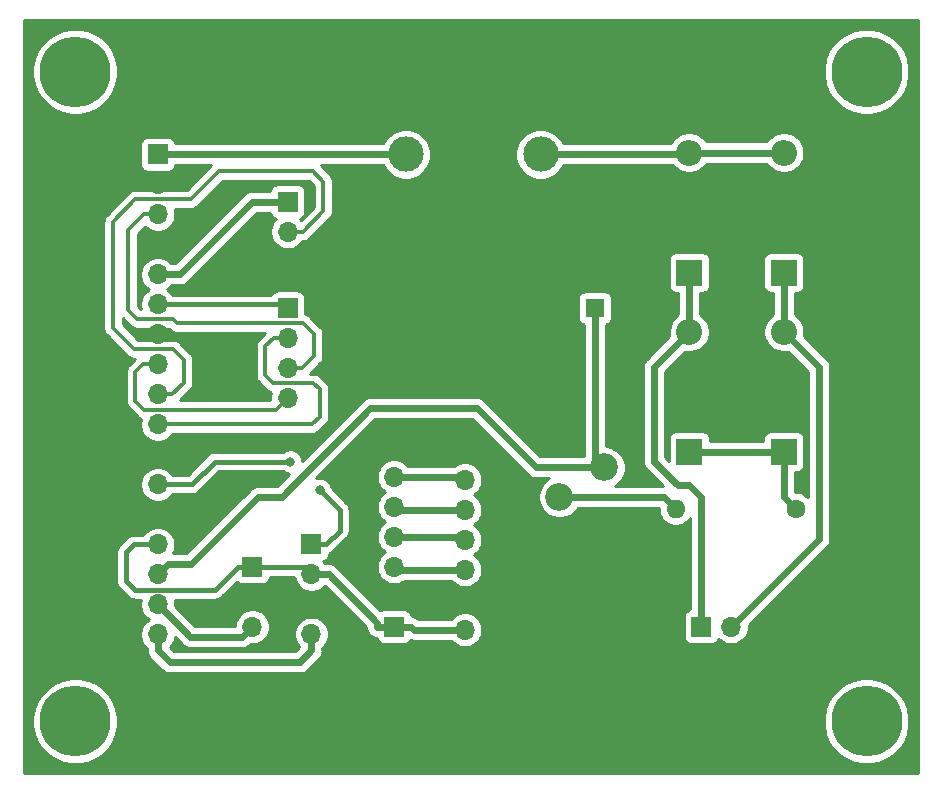
<source format=gbr>
G04 #@! TF.GenerationSoftware,KiCad,Pcbnew,(5.1.5)-3*
G04 #@! TF.CreationDate,2020-04-05T12:45:20+05:30*
G04 #@! TF.ProjectId,Con+fb(v+i),436f6e2b-6662-4287-962b-69292e6b6963,rev?*
G04 #@! TF.SameCoordinates,Original*
G04 #@! TF.FileFunction,Copper,L2,Bot*
G04 #@! TF.FilePolarity,Positive*
%FSLAX46Y46*%
G04 Gerber Fmt 4.6, Leading zero omitted, Abs format (unit mm)*
G04 Created by KiCad (PCBNEW (5.1.5)-3) date 2020-04-05 12:45:20*
%MOMM*%
%LPD*%
G04 APERTURE LIST*
%ADD10R,1.600000X1.600000*%
%ADD11C,1.600000*%
%ADD12R,2.200000X2.200000*%
%ADD13O,2.200000X2.200000*%
%ADD14R,1.700000X1.700000*%
%ADD15O,1.700000X1.700000*%
%ADD16C,3.000000*%
%ADD17O,3.000000X3.000000*%
%ADD18O,1.600000X1.600000*%
%ADD19C,2.340000*%
%ADD20C,6.000000*%
%ADD21C,0.800000*%
%ADD22C,0.600000*%
%ADD23C,0.400000*%
%ADD24C,0.350000*%
%ADD25C,0.254000*%
G04 APERTURE END LIST*
D10*
X115000000Y-107000000D03*
D11*
X112500000Y-107000000D03*
D12*
X123000000Y-104000000D03*
D13*
X123000000Y-93840000D03*
X123000000Y-109000000D03*
D12*
X123000000Y-119160000D03*
X131000000Y-104000000D03*
D13*
X131000000Y-93840000D03*
X131000000Y-109000000D03*
D12*
X131000000Y-119160000D03*
D14*
X78000000Y-94000000D03*
D15*
X78000000Y-96540000D03*
X78000000Y-99080000D03*
X78000000Y-101620000D03*
X78000000Y-104160000D03*
X78000000Y-106700000D03*
X78000000Y-109240000D03*
X78000000Y-111780000D03*
X78000000Y-114320000D03*
X78000000Y-116860000D03*
X78000000Y-119400000D03*
X78000000Y-121940000D03*
X78000000Y-124480000D03*
X78000000Y-127020000D03*
X78000000Y-129560000D03*
X78000000Y-132100000D03*
X78000000Y-134640000D03*
D14*
X89000000Y-98000000D03*
D15*
X89000000Y-100540000D03*
X91000000Y-134620000D03*
X91000000Y-132080000D03*
X91000000Y-129540000D03*
D14*
X91000000Y-127000000D03*
X89000000Y-107000000D03*
D15*
X89000000Y-109540000D03*
X89000000Y-112080000D03*
X89000000Y-114620000D03*
D14*
X98000000Y-134000000D03*
D15*
X98000000Y-131460000D03*
X98000000Y-128920000D03*
X98000000Y-126380000D03*
X98000000Y-123840000D03*
X98000000Y-121300000D03*
X98000000Y-118760000D03*
X126540000Y-134000000D03*
D14*
X124000000Y-134000000D03*
X86000000Y-128920000D03*
D15*
X86000000Y-131460000D03*
X86000000Y-134000000D03*
D14*
X104000000Y-119000000D03*
D15*
X104000000Y-121540000D03*
X104000000Y-124080000D03*
X104000000Y-126620000D03*
X104000000Y-129160000D03*
X104000000Y-131700000D03*
X104000000Y-134240000D03*
D16*
X99000000Y-94000000D03*
D17*
X110400000Y-94000000D03*
D11*
X132000000Y-124000000D03*
D18*
X121840000Y-124000000D03*
D19*
X112000000Y-123000000D03*
X115800000Y-120500000D03*
X112000000Y-118000000D03*
D20*
X71000000Y-87000000D03*
X138000000Y-87000000D03*
X138000000Y-142000000D03*
X71000000Y-142000000D03*
D21*
X83700000Y-110700000D03*
X85000000Y-110700000D03*
X82300000Y-110700000D03*
X83700000Y-104800000D03*
X82300000Y-104800000D03*
X85000000Y-104800000D03*
X84900000Y-102000000D03*
X86200000Y-100800000D03*
X82100000Y-99200000D03*
X83500000Y-98100000D03*
X83500000Y-103100000D03*
X80800000Y-100400000D03*
X89200000Y-120000000D03*
X91700000Y-122400000D03*
D22*
X112500000Y-107000000D02*
X112500000Y-117500000D01*
X112500000Y-117500000D02*
X112000000Y-118000000D01*
X98000000Y-134000000D02*
X96550000Y-134000000D01*
X91000000Y-129540000D02*
X92450000Y-129540000D01*
X96550000Y-134000000D02*
X96550000Y-133640000D01*
X96550000Y-133640000D02*
X92450000Y-129540000D01*
X98000000Y-134000000D02*
X99450000Y-134000000D01*
X104000000Y-134240000D02*
X99690000Y-134240000D01*
X99690000Y-134240000D02*
X99450000Y-134000000D01*
D23*
X90380000Y-128920000D02*
X91000000Y-129540000D01*
X86000000Y-128920000D02*
X90380000Y-128920000D01*
X82820001Y-130849999D02*
X76049999Y-130849999D01*
X86000000Y-128920000D02*
X84750000Y-128920000D01*
X84750000Y-128920000D02*
X82820001Y-130849999D01*
X76049999Y-130849999D02*
X75300000Y-130100000D01*
X75300000Y-130100000D02*
X75300000Y-127700000D01*
X75980000Y-127020000D02*
X78000000Y-127020000D01*
X75300000Y-127700000D02*
X75980000Y-127020000D01*
D24*
X91040000Y-116860000D02*
X78000000Y-116860000D01*
X91700000Y-116200000D02*
X91040000Y-116860000D01*
X91169999Y-113369999D02*
X91700000Y-113900000D01*
X91700000Y-113900000D02*
X91700000Y-116200000D01*
X87797919Y-109540000D02*
X87100000Y-110237919D01*
X89000000Y-109540000D02*
X87797919Y-109540000D01*
X87100000Y-112700000D02*
X87769999Y-113369999D01*
X87100000Y-110237919D02*
X87100000Y-112700000D01*
X87769999Y-113369999D02*
X91169999Y-113369999D01*
X88010001Y-115609999D02*
X76809999Y-115609999D01*
X89000000Y-114620000D02*
X88010001Y-115609999D01*
X76809999Y-115609999D02*
X76100000Y-114900000D01*
X76100000Y-114900000D02*
X76100000Y-112400000D01*
X76720000Y-111780000D02*
X78000000Y-111780000D01*
X76100000Y-112400000D02*
X76720000Y-111780000D01*
D23*
X88700000Y-106700000D02*
X89000000Y-107000000D01*
X78000000Y-106700000D02*
X88700000Y-106700000D01*
D24*
X76250001Y-107950001D02*
X75500000Y-107200000D01*
X79589999Y-108289999D02*
X79250001Y-107950001D01*
X90202081Y-112080000D02*
X91200000Y-111082081D01*
X76820000Y-99080000D02*
X78000000Y-99080000D01*
X75500000Y-107200000D02*
X75500000Y-100400000D01*
X89000000Y-112080000D02*
X90202081Y-112080000D01*
X75500000Y-100400000D02*
X76820000Y-99080000D01*
X91200000Y-109200000D02*
X90289999Y-108289999D01*
X91200000Y-111082081D02*
X91200000Y-109200000D01*
X79250001Y-107950001D02*
X76250001Y-107950001D01*
X90289999Y-108289999D02*
X79589999Y-108289999D01*
X90260000Y-100540000D02*
X89000000Y-100540000D01*
X92000000Y-98800000D02*
X90260000Y-100540000D01*
X92000000Y-96300000D02*
X92000000Y-98800000D01*
X91100000Y-95400000D02*
X92000000Y-96300000D01*
X74200000Y-108700000D02*
X74200000Y-99700000D01*
X80200000Y-111400000D02*
X79290001Y-110490001D01*
X80200000Y-113322081D02*
X80200000Y-111400000D01*
X79290001Y-110490001D02*
X75990001Y-110490001D01*
X74200000Y-99700000D02*
X76100000Y-97800000D01*
X78000000Y-114320000D02*
X79202081Y-114320000D01*
X79202081Y-114320000D02*
X80200000Y-113322081D01*
X76100000Y-97800000D02*
X80800000Y-97800000D01*
X80800000Y-97800000D02*
X83200000Y-95400000D01*
X75990001Y-110490001D02*
X74200000Y-108700000D01*
X83200000Y-95400000D02*
X91100000Y-95400000D01*
D22*
X78000000Y-129560000D02*
X78850000Y-128710000D01*
X78850000Y-128710000D02*
X80790000Y-128710000D01*
X80790000Y-128710000D02*
X86500000Y-123000000D01*
X86500000Y-123000000D02*
X88500000Y-123000000D01*
X88500000Y-123000000D02*
X96000000Y-115500000D01*
X96000000Y-115500000D02*
X105000000Y-115500000D01*
X105000000Y-115500000D02*
X110000000Y-120500000D01*
X110000000Y-120500000D02*
X115800000Y-120500000D01*
X115000000Y-107000000D02*
X115000000Y-119700000D01*
X115000000Y-119700000D02*
X115800000Y-120500000D01*
X86000000Y-134000000D02*
X85150000Y-134850000D01*
X85150000Y-134850000D02*
X80750000Y-134850000D01*
X80750000Y-134850000D02*
X78000000Y-132100000D01*
X78000000Y-134640000D02*
X78000000Y-136000000D01*
X78000000Y-136000000D02*
X79000000Y-137000000D01*
X79000000Y-137000000D02*
X90000000Y-137000000D01*
X90000000Y-137000000D02*
X91000000Y-136000000D01*
X91000000Y-136000000D02*
X91000000Y-134620000D01*
X110400000Y-94000000D02*
X122840000Y-94000000D01*
X122840000Y-94000000D02*
X123000000Y-93840000D01*
X131000000Y-93840000D02*
X123000000Y-93840000D01*
X131000000Y-119160000D02*
X131000000Y-123000000D01*
X131000000Y-123000000D02*
X132000000Y-124000000D01*
X123000000Y-119160000D02*
X131000000Y-119160000D01*
X104000000Y-129160000D02*
X98240000Y-129160000D01*
X98240000Y-129160000D02*
X98000000Y-128920000D01*
X98000000Y-126380000D02*
X103760000Y-126380000D01*
X103760000Y-126380000D02*
X104000000Y-126620000D01*
X104000000Y-124080000D02*
X98240000Y-124080000D01*
X98240000Y-124080000D02*
X98000000Y-123840000D01*
X98000000Y-121300000D02*
X103760000Y-121300000D01*
X103760000Y-121300000D02*
X104000000Y-121540000D01*
X123000000Y-109000000D02*
X120000000Y-112000000D01*
X120000000Y-112000000D02*
X120000000Y-120000000D01*
X120000000Y-120000000D02*
X122000000Y-122000000D01*
X122000000Y-122000000D02*
X123000000Y-122000000D01*
X123000000Y-122000000D02*
X124000000Y-123000000D01*
X124000000Y-123000000D02*
X124000000Y-134000000D01*
X123000000Y-104000000D02*
X123000000Y-109000000D01*
X131000000Y-109000000D02*
X134000000Y-112000000D01*
X134000000Y-112000000D02*
X134000000Y-126540000D01*
X134000000Y-126540000D02*
X126540000Y-134000000D01*
X131000000Y-104000000D02*
X131000000Y-109000000D01*
X78000000Y-94000000D02*
X99000000Y-94000000D01*
X78000000Y-104160000D02*
X79840000Y-104160000D01*
X79840000Y-104160000D02*
X86000000Y-98000000D01*
X86000000Y-98000000D02*
X89000000Y-98000000D01*
D23*
X92250000Y-127000000D02*
X93400000Y-125850000D01*
X91000000Y-127000000D02*
X92250000Y-127000000D01*
X93400000Y-125850000D02*
X93400000Y-124100000D01*
X93400000Y-124100000D02*
X91700000Y-122400000D01*
X91700000Y-122400000D02*
X91700000Y-122400000D01*
X89000000Y-120000000D02*
X89000000Y-120000000D01*
X82800000Y-120000000D02*
X80860000Y-121940000D01*
X89200000Y-120000000D02*
X89200000Y-120000000D01*
X80860000Y-121940000D02*
X78000000Y-121940000D01*
X89200000Y-120000000D02*
X82800000Y-120000000D01*
X91700000Y-122400000D02*
X91700000Y-122400000D01*
D22*
X112000000Y-123000000D02*
X120840000Y-123000000D01*
X120840000Y-123000000D02*
X121840000Y-124000000D01*
D25*
G36*
X142340001Y-146340000D02*
G01*
X66660000Y-146340000D01*
X66660000Y-141641984D01*
X67365000Y-141641984D01*
X67365000Y-142358016D01*
X67504691Y-143060290D01*
X67778705Y-143721818D01*
X68176511Y-144317177D01*
X68682823Y-144823489D01*
X69278182Y-145221295D01*
X69939710Y-145495309D01*
X70641984Y-145635000D01*
X71358016Y-145635000D01*
X72060290Y-145495309D01*
X72721818Y-145221295D01*
X73317177Y-144823489D01*
X73823489Y-144317177D01*
X74221295Y-143721818D01*
X74495309Y-143060290D01*
X74635000Y-142358016D01*
X74635000Y-141641984D01*
X134365000Y-141641984D01*
X134365000Y-142358016D01*
X134504691Y-143060290D01*
X134778705Y-143721818D01*
X135176511Y-144317177D01*
X135682823Y-144823489D01*
X136278182Y-145221295D01*
X136939710Y-145495309D01*
X137641984Y-145635000D01*
X138358016Y-145635000D01*
X139060290Y-145495309D01*
X139721818Y-145221295D01*
X140317177Y-144823489D01*
X140823489Y-144317177D01*
X141221295Y-143721818D01*
X141495309Y-143060290D01*
X141635000Y-142358016D01*
X141635000Y-141641984D01*
X141495309Y-140939710D01*
X141221295Y-140278182D01*
X140823489Y-139682823D01*
X140317177Y-139176511D01*
X139721818Y-138778705D01*
X139060290Y-138504691D01*
X138358016Y-138365000D01*
X137641984Y-138365000D01*
X136939710Y-138504691D01*
X136278182Y-138778705D01*
X135682823Y-139176511D01*
X135176511Y-139682823D01*
X134778705Y-140278182D01*
X134504691Y-140939710D01*
X134365000Y-141641984D01*
X74635000Y-141641984D01*
X74495309Y-140939710D01*
X74221295Y-140278182D01*
X73823489Y-139682823D01*
X73317177Y-139176511D01*
X72721818Y-138778705D01*
X72060290Y-138504691D01*
X71358016Y-138365000D01*
X70641984Y-138365000D01*
X69939710Y-138504691D01*
X69278182Y-138778705D01*
X68682823Y-139176511D01*
X68176511Y-139682823D01*
X67778705Y-140278182D01*
X67504691Y-140939710D01*
X67365000Y-141641984D01*
X66660000Y-141641984D01*
X66660000Y-127700000D01*
X74460960Y-127700000D01*
X74465001Y-127741028D01*
X74465000Y-130058981D01*
X74460960Y-130100000D01*
X74465000Y-130141018D01*
X74477082Y-130263688D01*
X74524828Y-130421086D01*
X74602364Y-130566145D01*
X74706709Y-130693291D01*
X74738578Y-130719445D01*
X75430562Y-131411430D01*
X75456708Y-131443290D01*
X75583853Y-131547635D01*
X75728912Y-131625171D01*
X75886310Y-131672917D01*
X76008980Y-131684999D01*
X76008981Y-131684999D01*
X76049999Y-131689039D01*
X76091017Y-131684999D01*
X76568456Y-131684999D01*
X76515000Y-131953740D01*
X76515000Y-132246260D01*
X76572068Y-132533158D01*
X76684010Y-132803411D01*
X76846525Y-133046632D01*
X77053368Y-133253475D01*
X77227760Y-133370000D01*
X77053368Y-133486525D01*
X76846525Y-133693368D01*
X76684010Y-133936589D01*
X76572068Y-134206842D01*
X76515000Y-134493740D01*
X76515000Y-134786260D01*
X76572068Y-135073158D01*
X76684010Y-135343411D01*
X76846525Y-135586632D01*
X77053368Y-135793475D01*
X77065001Y-135801248D01*
X77065001Y-135954059D01*
X77060476Y-136000000D01*
X77078529Y-136183291D01*
X77089305Y-136218814D01*
X77131994Y-136359540D01*
X77218815Y-136521972D01*
X77335657Y-136664344D01*
X77371336Y-136693625D01*
X78306370Y-137628659D01*
X78335656Y-137664344D01*
X78478028Y-137781186D01*
X78583880Y-137837765D01*
X78640459Y-137868007D01*
X78816708Y-137921472D01*
X79000000Y-137939524D01*
X79045935Y-137935000D01*
X89954068Y-137935000D01*
X90000000Y-137939524D01*
X90045932Y-137935000D01*
X90183292Y-137921471D01*
X90359540Y-137868007D01*
X90521972Y-137781186D01*
X90664344Y-137664344D01*
X90693630Y-137628659D01*
X91628660Y-136693629D01*
X91664344Y-136664344D01*
X91781186Y-136521972D01*
X91861703Y-136371334D01*
X91868007Y-136359541D01*
X91921472Y-136183292D01*
X91939524Y-136000000D01*
X91935000Y-135954065D01*
X91935000Y-135781247D01*
X91946632Y-135773475D01*
X92153475Y-135566632D01*
X92315990Y-135323411D01*
X92427932Y-135053158D01*
X92485000Y-134766260D01*
X92485000Y-134473740D01*
X92427932Y-134186842D01*
X92315990Y-133916589D01*
X92153475Y-133673368D01*
X91946632Y-133466525D01*
X91703411Y-133304010D01*
X91433158Y-133192068D01*
X91146260Y-133135000D01*
X90853740Y-133135000D01*
X90566842Y-133192068D01*
X90296589Y-133304010D01*
X90053368Y-133466525D01*
X89846525Y-133673368D01*
X89684010Y-133916589D01*
X89572068Y-134186842D01*
X89515000Y-134473740D01*
X89515000Y-134766260D01*
X89572068Y-135053158D01*
X89684010Y-135323411D01*
X89846525Y-135566632D01*
X89978802Y-135698909D01*
X89612711Y-136065000D01*
X79387289Y-136065000D01*
X79031198Y-135708909D01*
X79153475Y-135586632D01*
X79315990Y-135343411D01*
X79427932Y-135073158D01*
X79464920Y-134887210D01*
X80056374Y-135478664D01*
X80085656Y-135514344D01*
X80228028Y-135631186D01*
X80390460Y-135718007D01*
X80513243Y-135755253D01*
X80566707Y-135771471D01*
X80749999Y-135789524D01*
X80795931Y-135785000D01*
X85104068Y-135785000D01*
X85150000Y-135789524D01*
X85195932Y-135785000D01*
X85333292Y-135771471D01*
X85509540Y-135718007D01*
X85671972Y-135631186D01*
X85814344Y-135514344D01*
X85840575Y-135482381D01*
X85853740Y-135485000D01*
X86146260Y-135485000D01*
X86433158Y-135427932D01*
X86703411Y-135315990D01*
X86946632Y-135153475D01*
X87153475Y-134946632D01*
X87315990Y-134703411D01*
X87427932Y-134433158D01*
X87485000Y-134146260D01*
X87485000Y-133853740D01*
X87427932Y-133566842D01*
X87315990Y-133296589D01*
X87153475Y-133053368D01*
X86946632Y-132846525D01*
X86703411Y-132684010D01*
X86433158Y-132572068D01*
X86146260Y-132515000D01*
X85853740Y-132515000D01*
X85566842Y-132572068D01*
X85296589Y-132684010D01*
X85053368Y-132846525D01*
X84846525Y-133053368D01*
X84684010Y-133296589D01*
X84572068Y-133566842D01*
X84515000Y-133853740D01*
X84515000Y-133915000D01*
X81137290Y-133915000D01*
X79482271Y-132259981D01*
X79485000Y-132246260D01*
X79485000Y-131953740D01*
X79431544Y-131684999D01*
X82778983Y-131684999D01*
X82820001Y-131689039D01*
X82861019Y-131684999D01*
X82861020Y-131684999D01*
X82983690Y-131672917D01*
X83141088Y-131625171D01*
X83286147Y-131547635D01*
X83413292Y-131443290D01*
X83439447Y-131411420D01*
X84667654Y-130183215D01*
X84698815Y-130221185D01*
X84795506Y-130300537D01*
X84905820Y-130359502D01*
X85025518Y-130395812D01*
X85150000Y-130408072D01*
X86850000Y-130408072D01*
X86974482Y-130395812D01*
X87094180Y-130359502D01*
X87204494Y-130300537D01*
X87301185Y-130221185D01*
X87380537Y-130124494D01*
X87439502Y-130014180D01*
X87475812Y-129894482D01*
X87488072Y-129770000D01*
X87488072Y-129755000D01*
X89528673Y-129755000D01*
X89572068Y-129973158D01*
X89684010Y-130243411D01*
X89846525Y-130486632D01*
X90053368Y-130693475D01*
X90296589Y-130855990D01*
X90566842Y-130967932D01*
X90853740Y-131025000D01*
X91146260Y-131025000D01*
X91433158Y-130967932D01*
X91703411Y-130855990D01*
X91946632Y-130693475D01*
X92113909Y-130526198D01*
X95612963Y-134025252D01*
X95628529Y-134183292D01*
X95681993Y-134359540D01*
X95768814Y-134521972D01*
X95816046Y-134579524D01*
X95885656Y-134664344D01*
X96028028Y-134781186D01*
X96190460Y-134868007D01*
X96366708Y-134921471D01*
X96520458Y-134936614D01*
X96524188Y-134974482D01*
X96560498Y-135094180D01*
X96619463Y-135204494D01*
X96698815Y-135301185D01*
X96795506Y-135380537D01*
X96905820Y-135439502D01*
X97025518Y-135475812D01*
X97150000Y-135488072D01*
X98850000Y-135488072D01*
X98974482Y-135475812D01*
X99094180Y-135439502D01*
X99204494Y-135380537D01*
X99301185Y-135301185D01*
X99380537Y-135204494D01*
X99417929Y-135134540D01*
X99465687Y-135149027D01*
X99506707Y-135161471D01*
X99689999Y-135179524D01*
X99735931Y-135175000D01*
X102838753Y-135175000D01*
X102846525Y-135186632D01*
X103053368Y-135393475D01*
X103296589Y-135555990D01*
X103566842Y-135667932D01*
X103853740Y-135725000D01*
X104146260Y-135725000D01*
X104433158Y-135667932D01*
X104703411Y-135555990D01*
X104946632Y-135393475D01*
X105153475Y-135186632D01*
X105315990Y-134943411D01*
X105427932Y-134673158D01*
X105485000Y-134386260D01*
X105485000Y-134093740D01*
X105427932Y-133806842D01*
X105315990Y-133536589D01*
X105153475Y-133293368D01*
X104946632Y-133086525D01*
X104703411Y-132924010D01*
X104433158Y-132812068D01*
X104146260Y-132755000D01*
X103853740Y-132755000D01*
X103566842Y-132812068D01*
X103296589Y-132924010D01*
X103053368Y-133086525D01*
X102846525Y-133293368D01*
X102838753Y-133305000D01*
X100076990Y-133305000D01*
X99971972Y-133218814D01*
X99809540Y-133131993D01*
X99633292Y-133078529D01*
X99495932Y-133065000D01*
X99479542Y-133063386D01*
X99475812Y-133025518D01*
X99439502Y-132905820D01*
X99380537Y-132795506D01*
X99301185Y-132698815D01*
X99204494Y-132619463D01*
X99094180Y-132560498D01*
X98974482Y-132524188D01*
X98850000Y-132511928D01*
X97150000Y-132511928D01*
X97025518Y-132524188D01*
X96905820Y-132560498D01*
X96832160Y-132599871D01*
X93143630Y-128911341D01*
X93114344Y-128875656D01*
X92971972Y-128758814D01*
X92809540Y-128671993D01*
X92633292Y-128618529D01*
X92495932Y-128605000D01*
X92450000Y-128600476D01*
X92404068Y-128605000D01*
X92161247Y-128605000D01*
X92153475Y-128593368D01*
X92021620Y-128461513D01*
X92094180Y-128439502D01*
X92204494Y-128380537D01*
X92301185Y-128301185D01*
X92380537Y-128204494D01*
X92439502Y-128094180D01*
X92475812Y-127974482D01*
X92488072Y-127850000D01*
X92488072Y-127800354D01*
X92571087Y-127775172D01*
X92716146Y-127697636D01*
X92843291Y-127593291D01*
X92869445Y-127561422D01*
X93961433Y-126469436D01*
X93993291Y-126443291D01*
X94045233Y-126380000D01*
X94097636Y-126316146D01*
X94175172Y-126171087D01*
X94197334Y-126098029D01*
X94222918Y-126013689D01*
X94235000Y-125891019D01*
X94235000Y-125891018D01*
X94239040Y-125850000D01*
X94235000Y-125808982D01*
X94235000Y-124141018D01*
X94239040Y-124099999D01*
X94222918Y-123936311D01*
X94175172Y-123778913D01*
X94097636Y-123633854D01*
X94093378Y-123628666D01*
X93993291Y-123506709D01*
X93961426Y-123480559D01*
X92724093Y-122243225D01*
X92695226Y-122098102D01*
X92617205Y-121909744D01*
X92503937Y-121740226D01*
X92359774Y-121596063D01*
X92190256Y-121482795D01*
X92001898Y-121404774D01*
X91801939Y-121365000D01*
X91598061Y-121365000D01*
X91422335Y-121399954D01*
X91668549Y-121153740D01*
X96515000Y-121153740D01*
X96515000Y-121446260D01*
X96572068Y-121733158D01*
X96684010Y-122003411D01*
X96846525Y-122246632D01*
X97053368Y-122453475D01*
X97227760Y-122570000D01*
X97053368Y-122686525D01*
X96846525Y-122893368D01*
X96684010Y-123136589D01*
X96572068Y-123406842D01*
X96515000Y-123693740D01*
X96515000Y-123986260D01*
X96572068Y-124273158D01*
X96684010Y-124543411D01*
X96846525Y-124786632D01*
X97053368Y-124993475D01*
X97227760Y-125110000D01*
X97053368Y-125226525D01*
X96846525Y-125433368D01*
X96684010Y-125676589D01*
X96572068Y-125946842D01*
X96515000Y-126233740D01*
X96515000Y-126526260D01*
X96572068Y-126813158D01*
X96684010Y-127083411D01*
X96846525Y-127326632D01*
X97053368Y-127533475D01*
X97227760Y-127650000D01*
X97053368Y-127766525D01*
X96846525Y-127973368D01*
X96684010Y-128216589D01*
X96572068Y-128486842D01*
X96515000Y-128773740D01*
X96515000Y-129066260D01*
X96572068Y-129353158D01*
X96684010Y-129623411D01*
X96846525Y-129866632D01*
X97053368Y-130073475D01*
X97296589Y-130235990D01*
X97566842Y-130347932D01*
X97853740Y-130405000D01*
X98146260Y-130405000D01*
X98433158Y-130347932D01*
X98703411Y-130235990D01*
X98914418Y-130095000D01*
X102838753Y-130095000D01*
X102846525Y-130106632D01*
X103053368Y-130313475D01*
X103296589Y-130475990D01*
X103566842Y-130587932D01*
X103853740Y-130645000D01*
X104146260Y-130645000D01*
X104433158Y-130587932D01*
X104703411Y-130475990D01*
X104946632Y-130313475D01*
X105153475Y-130106632D01*
X105315990Y-129863411D01*
X105427932Y-129593158D01*
X105485000Y-129306260D01*
X105485000Y-129013740D01*
X105427932Y-128726842D01*
X105315990Y-128456589D01*
X105153475Y-128213368D01*
X104946632Y-128006525D01*
X104772240Y-127890000D01*
X104946632Y-127773475D01*
X105153475Y-127566632D01*
X105315990Y-127323411D01*
X105427932Y-127053158D01*
X105485000Y-126766260D01*
X105485000Y-126473740D01*
X105427932Y-126186842D01*
X105315990Y-125916589D01*
X105153475Y-125673368D01*
X104946632Y-125466525D01*
X104772240Y-125350000D01*
X104946632Y-125233475D01*
X105153475Y-125026632D01*
X105315990Y-124783411D01*
X105427932Y-124513158D01*
X105485000Y-124226260D01*
X105485000Y-123933740D01*
X105427932Y-123646842D01*
X105315990Y-123376589D01*
X105153475Y-123133368D01*
X104946632Y-122926525D01*
X104772240Y-122810000D01*
X104946632Y-122693475D01*
X105153475Y-122486632D01*
X105315990Y-122243411D01*
X105427932Y-121973158D01*
X105485000Y-121686260D01*
X105485000Y-121393740D01*
X105427932Y-121106842D01*
X105315990Y-120836589D01*
X105153475Y-120593368D01*
X104946632Y-120386525D01*
X104703411Y-120224010D01*
X104433158Y-120112068D01*
X104146260Y-120055000D01*
X103853740Y-120055000D01*
X103566842Y-120112068D01*
X103296589Y-120224010D01*
X103085582Y-120365000D01*
X99161247Y-120365000D01*
X99153475Y-120353368D01*
X98946632Y-120146525D01*
X98703411Y-119984010D01*
X98433158Y-119872068D01*
X98146260Y-119815000D01*
X97853740Y-119815000D01*
X97566842Y-119872068D01*
X97296589Y-119984010D01*
X97053368Y-120146525D01*
X96846525Y-120353368D01*
X96684010Y-120596589D01*
X96572068Y-120866842D01*
X96515000Y-121153740D01*
X91668549Y-121153740D01*
X96387289Y-116435000D01*
X104612711Y-116435000D01*
X109306370Y-121128659D01*
X109335656Y-121164344D01*
X109478028Y-121281186D01*
X109640460Y-121368007D01*
X109816708Y-121421471D01*
X110000000Y-121439524D01*
X110045932Y-121435000D01*
X111093273Y-121435000D01*
X110849379Y-121597965D01*
X110597965Y-121849379D01*
X110400429Y-122145012D01*
X110264365Y-122473501D01*
X110195000Y-122822223D01*
X110195000Y-123177777D01*
X110264365Y-123526499D01*
X110400429Y-123854988D01*
X110597965Y-124150621D01*
X110849379Y-124402035D01*
X111145012Y-124599571D01*
X111473501Y-124735635D01*
X111822223Y-124805000D01*
X112177777Y-124805000D01*
X112526499Y-124735635D01*
X112854988Y-124599571D01*
X113150621Y-124402035D01*
X113402035Y-124150621D01*
X113546109Y-123935000D01*
X120405000Y-123935000D01*
X120405000Y-124141335D01*
X120460147Y-124418574D01*
X120568320Y-124679727D01*
X120725363Y-124914759D01*
X120925241Y-125114637D01*
X121160273Y-125271680D01*
X121421426Y-125379853D01*
X121698665Y-125435000D01*
X121981335Y-125435000D01*
X122258574Y-125379853D01*
X122519727Y-125271680D01*
X122754759Y-125114637D01*
X122954637Y-124914759D01*
X123065000Y-124749588D01*
X123065001Y-132520299D01*
X123025518Y-132524188D01*
X122905820Y-132560498D01*
X122795506Y-132619463D01*
X122698815Y-132698815D01*
X122619463Y-132795506D01*
X122560498Y-132905820D01*
X122524188Y-133025518D01*
X122511928Y-133150000D01*
X122511928Y-134850000D01*
X122524188Y-134974482D01*
X122560498Y-135094180D01*
X122619463Y-135204494D01*
X122698815Y-135301185D01*
X122795506Y-135380537D01*
X122905820Y-135439502D01*
X123025518Y-135475812D01*
X123150000Y-135488072D01*
X124850000Y-135488072D01*
X124974482Y-135475812D01*
X125094180Y-135439502D01*
X125204494Y-135380537D01*
X125301185Y-135301185D01*
X125380537Y-135204494D01*
X125439502Y-135094180D01*
X125461513Y-135021620D01*
X125593368Y-135153475D01*
X125836589Y-135315990D01*
X126106842Y-135427932D01*
X126393740Y-135485000D01*
X126686260Y-135485000D01*
X126973158Y-135427932D01*
X127243411Y-135315990D01*
X127486632Y-135153475D01*
X127693475Y-134946632D01*
X127855990Y-134703411D01*
X127967932Y-134433158D01*
X128025000Y-134146260D01*
X128025000Y-133853740D01*
X128022271Y-133840019D01*
X134628665Y-127233625D01*
X134664344Y-127204344D01*
X134781186Y-127061972D01*
X134868007Y-126899540D01*
X134921471Y-126723292D01*
X134925842Y-126678913D01*
X134939524Y-126540001D01*
X134935000Y-126494069D01*
X134935000Y-112045935D01*
X134939524Y-112000000D01*
X134921472Y-111816708D01*
X134868007Y-111640459D01*
X134811841Y-111535380D01*
X134781186Y-111478028D01*
X134664344Y-111335656D01*
X134628660Y-111306371D01*
X132694878Y-109372589D01*
X132735000Y-109170883D01*
X132735000Y-108829117D01*
X132668325Y-108493919D01*
X132537537Y-108178169D01*
X132347663Y-107894002D01*
X132105998Y-107652337D01*
X131935000Y-107538080D01*
X131935000Y-105738072D01*
X132100000Y-105738072D01*
X132224482Y-105725812D01*
X132344180Y-105689502D01*
X132454494Y-105630537D01*
X132551185Y-105551185D01*
X132630537Y-105454494D01*
X132689502Y-105344180D01*
X132725812Y-105224482D01*
X132738072Y-105100000D01*
X132738072Y-102900000D01*
X132725812Y-102775518D01*
X132689502Y-102655820D01*
X132630537Y-102545506D01*
X132551185Y-102448815D01*
X132454494Y-102369463D01*
X132344180Y-102310498D01*
X132224482Y-102274188D01*
X132100000Y-102261928D01*
X129900000Y-102261928D01*
X129775518Y-102274188D01*
X129655820Y-102310498D01*
X129545506Y-102369463D01*
X129448815Y-102448815D01*
X129369463Y-102545506D01*
X129310498Y-102655820D01*
X129274188Y-102775518D01*
X129261928Y-102900000D01*
X129261928Y-105100000D01*
X129274188Y-105224482D01*
X129310498Y-105344180D01*
X129369463Y-105454494D01*
X129448815Y-105551185D01*
X129545506Y-105630537D01*
X129655820Y-105689502D01*
X129775518Y-105725812D01*
X129900000Y-105738072D01*
X130065000Y-105738072D01*
X130065001Y-107538080D01*
X129894002Y-107652337D01*
X129652337Y-107894002D01*
X129462463Y-108178169D01*
X129331675Y-108493919D01*
X129265000Y-108829117D01*
X129265000Y-109170883D01*
X129331675Y-109506081D01*
X129462463Y-109821831D01*
X129652337Y-110105998D01*
X129894002Y-110347663D01*
X130178169Y-110537537D01*
X130493919Y-110668325D01*
X130829117Y-110735000D01*
X131170883Y-110735000D01*
X131372589Y-110694878D01*
X133065000Y-112387289D01*
X133065001Y-123035605D01*
X132914759Y-122885363D01*
X132679727Y-122728320D01*
X132418574Y-122620147D01*
X132141335Y-122565000D01*
X131935000Y-122565000D01*
X131935000Y-120898072D01*
X132100000Y-120898072D01*
X132224482Y-120885812D01*
X132344180Y-120849502D01*
X132454494Y-120790537D01*
X132551185Y-120711185D01*
X132630537Y-120614494D01*
X132689502Y-120504180D01*
X132725812Y-120384482D01*
X132738072Y-120260000D01*
X132738072Y-118060000D01*
X132725812Y-117935518D01*
X132689502Y-117815820D01*
X132630537Y-117705506D01*
X132551185Y-117608815D01*
X132454494Y-117529463D01*
X132344180Y-117470498D01*
X132224482Y-117434188D01*
X132100000Y-117421928D01*
X129900000Y-117421928D01*
X129775518Y-117434188D01*
X129655820Y-117470498D01*
X129545506Y-117529463D01*
X129448815Y-117608815D01*
X129369463Y-117705506D01*
X129310498Y-117815820D01*
X129274188Y-117935518D01*
X129261928Y-118060000D01*
X129261928Y-118225000D01*
X124738072Y-118225000D01*
X124738072Y-118060000D01*
X124725812Y-117935518D01*
X124689502Y-117815820D01*
X124630537Y-117705506D01*
X124551185Y-117608815D01*
X124454494Y-117529463D01*
X124344180Y-117470498D01*
X124224482Y-117434188D01*
X124100000Y-117421928D01*
X121900000Y-117421928D01*
X121775518Y-117434188D01*
X121655820Y-117470498D01*
X121545506Y-117529463D01*
X121448815Y-117608815D01*
X121369463Y-117705506D01*
X121310498Y-117815820D01*
X121274188Y-117935518D01*
X121261928Y-118060000D01*
X121261928Y-119939639D01*
X120935000Y-119612711D01*
X120935000Y-112387289D01*
X122627411Y-110694878D01*
X122829117Y-110735000D01*
X123170883Y-110735000D01*
X123506081Y-110668325D01*
X123821831Y-110537537D01*
X124105998Y-110347663D01*
X124347663Y-110105998D01*
X124537537Y-109821831D01*
X124668325Y-109506081D01*
X124735000Y-109170883D01*
X124735000Y-108829117D01*
X124668325Y-108493919D01*
X124537537Y-108178169D01*
X124347663Y-107894002D01*
X124105998Y-107652337D01*
X123935000Y-107538080D01*
X123935000Y-105738072D01*
X124100000Y-105738072D01*
X124224482Y-105725812D01*
X124344180Y-105689502D01*
X124454494Y-105630537D01*
X124551185Y-105551185D01*
X124630537Y-105454494D01*
X124689502Y-105344180D01*
X124725812Y-105224482D01*
X124738072Y-105100000D01*
X124738072Y-102900000D01*
X124725812Y-102775518D01*
X124689502Y-102655820D01*
X124630537Y-102545506D01*
X124551185Y-102448815D01*
X124454494Y-102369463D01*
X124344180Y-102310498D01*
X124224482Y-102274188D01*
X124100000Y-102261928D01*
X121900000Y-102261928D01*
X121775518Y-102274188D01*
X121655820Y-102310498D01*
X121545506Y-102369463D01*
X121448815Y-102448815D01*
X121369463Y-102545506D01*
X121310498Y-102655820D01*
X121274188Y-102775518D01*
X121261928Y-102900000D01*
X121261928Y-105100000D01*
X121274188Y-105224482D01*
X121310498Y-105344180D01*
X121369463Y-105454494D01*
X121448815Y-105551185D01*
X121545506Y-105630537D01*
X121655820Y-105689502D01*
X121775518Y-105725812D01*
X121900000Y-105738072D01*
X122065000Y-105738072D01*
X122065001Y-107538080D01*
X121894002Y-107652337D01*
X121652337Y-107894002D01*
X121462463Y-108178169D01*
X121331675Y-108493919D01*
X121265000Y-108829117D01*
X121265000Y-109170883D01*
X121305122Y-109372589D01*
X119371341Y-111306370D01*
X119335656Y-111335656D01*
X119218814Y-111478029D01*
X119131993Y-111640461D01*
X119093145Y-111768527D01*
X119078529Y-111816709D01*
X119060476Y-112000000D01*
X119065000Y-112045932D01*
X119065001Y-119954058D01*
X119060476Y-120000000D01*
X119078529Y-120183291D01*
X119130122Y-120353368D01*
X119131994Y-120359540D01*
X119218815Y-120521972D01*
X119335657Y-120664344D01*
X119371336Y-120693625D01*
X120742710Y-122065000D01*
X116706727Y-122065000D01*
X116950621Y-121902035D01*
X117202035Y-121650621D01*
X117399571Y-121354988D01*
X117535635Y-121026499D01*
X117605000Y-120677777D01*
X117605000Y-120322223D01*
X117535635Y-119973501D01*
X117399571Y-119645012D01*
X117202035Y-119349379D01*
X116950621Y-119097965D01*
X116654988Y-118900429D01*
X116326499Y-118764365D01*
X115977777Y-118695000D01*
X115935000Y-118695000D01*
X115935000Y-108422621D01*
X116044180Y-108389502D01*
X116154494Y-108330537D01*
X116251185Y-108251185D01*
X116330537Y-108154494D01*
X116389502Y-108044180D01*
X116425812Y-107924482D01*
X116438072Y-107800000D01*
X116438072Y-106200000D01*
X116425812Y-106075518D01*
X116389502Y-105955820D01*
X116330537Y-105845506D01*
X116251185Y-105748815D01*
X116154494Y-105669463D01*
X116044180Y-105610498D01*
X115924482Y-105574188D01*
X115800000Y-105561928D01*
X114200000Y-105561928D01*
X114075518Y-105574188D01*
X113955820Y-105610498D01*
X113845506Y-105669463D01*
X113748815Y-105748815D01*
X113669463Y-105845506D01*
X113610498Y-105955820D01*
X113574188Y-106075518D01*
X113561928Y-106200000D01*
X113561928Y-107800000D01*
X113574188Y-107924482D01*
X113610498Y-108044180D01*
X113669463Y-108154494D01*
X113748815Y-108251185D01*
X113845506Y-108330537D01*
X113955820Y-108389502D01*
X114065000Y-108422621D01*
X114065001Y-119565000D01*
X110387289Y-119565000D01*
X105693630Y-114871341D01*
X105664344Y-114835656D01*
X105521972Y-114718814D01*
X105359540Y-114631993D01*
X105183292Y-114578529D01*
X105045932Y-114565000D01*
X105000000Y-114560476D01*
X104954068Y-114565000D01*
X96045935Y-114565000D01*
X96000000Y-114560476D01*
X95816708Y-114578528D01*
X95640459Y-114631993D01*
X95603098Y-114651963D01*
X95478028Y-114718814D01*
X95335656Y-114835656D01*
X95306370Y-114871341D01*
X90235000Y-119942711D01*
X90235000Y-119898061D01*
X90195226Y-119698102D01*
X90117205Y-119509744D01*
X90003937Y-119340226D01*
X89859774Y-119196063D01*
X89690256Y-119082795D01*
X89501898Y-119004774D01*
X89301939Y-118965000D01*
X89098061Y-118965000D01*
X88898102Y-119004774D01*
X88709744Y-119082795D01*
X88586715Y-119165000D01*
X82841007Y-119165000D01*
X82799999Y-119160961D01*
X82758991Y-119165000D01*
X82758981Y-119165000D01*
X82636311Y-119177082D01*
X82478913Y-119224828D01*
X82333854Y-119302364D01*
X82206709Y-119406709D01*
X82180559Y-119438573D01*
X80514133Y-121105000D01*
X79228065Y-121105000D01*
X79153475Y-120993368D01*
X78946632Y-120786525D01*
X78703411Y-120624010D01*
X78433158Y-120512068D01*
X78146260Y-120455000D01*
X77853740Y-120455000D01*
X77566842Y-120512068D01*
X77296589Y-120624010D01*
X77053368Y-120786525D01*
X76846525Y-120993368D01*
X76684010Y-121236589D01*
X76572068Y-121506842D01*
X76515000Y-121793740D01*
X76515000Y-122086260D01*
X76572068Y-122373158D01*
X76684010Y-122643411D01*
X76846525Y-122886632D01*
X77053368Y-123093475D01*
X77296589Y-123255990D01*
X77566842Y-123367932D01*
X77853740Y-123425000D01*
X78146260Y-123425000D01*
X78433158Y-123367932D01*
X78703411Y-123255990D01*
X78946632Y-123093475D01*
X79153475Y-122886632D01*
X79228065Y-122775000D01*
X80818982Y-122775000D01*
X80860000Y-122779040D01*
X80901018Y-122775000D01*
X80901019Y-122775000D01*
X81023689Y-122762918D01*
X81181087Y-122715172D01*
X81326146Y-122637636D01*
X81453291Y-122533291D01*
X81479446Y-122501421D01*
X83145868Y-120835000D01*
X88586715Y-120835000D01*
X88709744Y-120917205D01*
X88898102Y-120995226D01*
X89098061Y-121035000D01*
X89142711Y-121035000D01*
X88112711Y-122065000D01*
X86545924Y-122065000D01*
X86499999Y-122060477D01*
X86454074Y-122065000D01*
X86454068Y-122065000D01*
X86335110Y-122076717D01*
X86316707Y-122078529D01*
X86291222Y-122086260D01*
X86140460Y-122131993D01*
X85978028Y-122218814D01*
X85835656Y-122335656D01*
X85806376Y-122371334D01*
X80402711Y-127775000D01*
X79281519Y-127775000D01*
X79315990Y-127723411D01*
X79427932Y-127453158D01*
X79485000Y-127166260D01*
X79485000Y-126873740D01*
X79427932Y-126586842D01*
X79315990Y-126316589D01*
X79153475Y-126073368D01*
X78946632Y-125866525D01*
X78703411Y-125704010D01*
X78433158Y-125592068D01*
X78146260Y-125535000D01*
X77853740Y-125535000D01*
X77566842Y-125592068D01*
X77296589Y-125704010D01*
X77053368Y-125866525D01*
X76846525Y-126073368D01*
X76771935Y-126185000D01*
X76021015Y-126185000D01*
X75979999Y-126180960D01*
X75938983Y-126185000D01*
X75938981Y-126185000D01*
X75816311Y-126197082D01*
X75658913Y-126244828D01*
X75513854Y-126322364D01*
X75386709Y-126426709D01*
X75360558Y-126458574D01*
X74738574Y-127080559D01*
X74706710Y-127106709D01*
X74643534Y-127183689D01*
X74602364Y-127233855D01*
X74524828Y-127378914D01*
X74477082Y-127536312D01*
X74460960Y-127700000D01*
X66660000Y-127700000D01*
X66660000Y-99700000D01*
X73386081Y-99700000D01*
X73390001Y-99739798D01*
X73390000Y-108660212D01*
X73386081Y-108700000D01*
X73390000Y-108739788D01*
X73390000Y-108739790D01*
X73401720Y-108858787D01*
X73448037Y-109011472D01*
X73464334Y-109041961D01*
X73523251Y-109152189D01*
X73538593Y-109170883D01*
X73624472Y-109275528D01*
X73655387Y-109300899D01*
X75389106Y-111034619D01*
X75414473Y-111065529D01*
X75483128Y-111121872D01*
X75537812Y-111166750D01*
X75678527Y-111241964D01*
X75714064Y-111252744D01*
X75831213Y-111288281D01*
X75950210Y-111300001D01*
X75950213Y-111300001D01*
X75990001Y-111303920D01*
X76029789Y-111300001D01*
X76054486Y-111300001D01*
X75555383Y-111799105D01*
X75524473Y-111824472D01*
X75499108Y-111855380D01*
X75423251Y-111947811D01*
X75354333Y-112076749D01*
X75348038Y-112088527D01*
X75302457Y-112238788D01*
X75301721Y-112241213D01*
X75286081Y-112400000D01*
X75290001Y-112439798D01*
X75290000Y-114860212D01*
X75286081Y-114900000D01*
X75290000Y-114939788D01*
X75290000Y-114939790D01*
X75301720Y-115058787D01*
X75348037Y-115211472D01*
X75348038Y-115211473D01*
X75423251Y-115352189D01*
X75441972Y-115375000D01*
X75524472Y-115475528D01*
X75555387Y-115500899D01*
X76209104Y-116154617D01*
X76234471Y-116185527D01*
X76300592Y-116239791D01*
X76357809Y-116286748D01*
X76411377Y-116315380D01*
X76498526Y-116361962D01*
X76587733Y-116389023D01*
X76572068Y-116426842D01*
X76515000Y-116713740D01*
X76515000Y-117006260D01*
X76572068Y-117293158D01*
X76684010Y-117563411D01*
X76846525Y-117806632D01*
X77053368Y-118013475D01*
X77296589Y-118175990D01*
X77566842Y-118287932D01*
X77853740Y-118345000D01*
X78146260Y-118345000D01*
X78433158Y-118287932D01*
X78703411Y-118175990D01*
X78946632Y-118013475D01*
X79153475Y-117806632D01*
X79244770Y-117670000D01*
X91000212Y-117670000D01*
X91040000Y-117673919D01*
X91079788Y-117670000D01*
X91079791Y-117670000D01*
X91198788Y-117658280D01*
X91351473Y-117611963D01*
X91492189Y-117536749D01*
X91615528Y-117435528D01*
X91640899Y-117404613D01*
X92244618Y-116800895D01*
X92275528Y-116775528D01*
X92326236Y-116713740D01*
X92376749Y-116652190D01*
X92451962Y-116511474D01*
X92451963Y-116511473D01*
X92498280Y-116358788D01*
X92510000Y-116239791D01*
X92510000Y-116239788D01*
X92513919Y-116200000D01*
X92510000Y-116160212D01*
X92510000Y-113939788D01*
X92513919Y-113900000D01*
X92506209Y-113821721D01*
X92498280Y-113741212D01*
X92460476Y-113616589D01*
X92451963Y-113588526D01*
X92376749Y-113447811D01*
X92275528Y-113324472D01*
X92244614Y-113299102D01*
X91770899Y-112825387D01*
X91745527Y-112794471D01*
X91622188Y-112693250D01*
X91481472Y-112618036D01*
X91328787Y-112571719D01*
X91209790Y-112559999D01*
X91209787Y-112559999D01*
X91169999Y-112556080D01*
X91130211Y-112559999D01*
X90867594Y-112559999D01*
X91744619Y-111682975D01*
X91775528Y-111657609D01*
X91876749Y-111534270D01*
X91892676Y-111504472D01*
X91951963Y-111393555D01*
X91998280Y-111240869D01*
X92013919Y-111082081D01*
X92010000Y-111042290D01*
X92010000Y-109239788D01*
X92013919Y-109200000D01*
X92009210Y-109152188D01*
X91998280Y-109041212D01*
X91951963Y-108888527D01*
X91876749Y-108747811D01*
X91775528Y-108624472D01*
X91744618Y-108599105D01*
X90890898Y-107745386D01*
X90865527Y-107714471D01*
X90742188Y-107613250D01*
X90601472Y-107538036D01*
X90488072Y-107503636D01*
X90488072Y-106150000D01*
X90475812Y-106025518D01*
X90439502Y-105905820D01*
X90380537Y-105795506D01*
X90301185Y-105698815D01*
X90204494Y-105619463D01*
X90094180Y-105560498D01*
X89974482Y-105524188D01*
X89850000Y-105511928D01*
X88150000Y-105511928D01*
X88025518Y-105524188D01*
X87905820Y-105560498D01*
X87795506Y-105619463D01*
X87698815Y-105698815D01*
X87619463Y-105795506D01*
X87582317Y-105865000D01*
X79228065Y-105865000D01*
X79153475Y-105753368D01*
X78946632Y-105546525D01*
X78772240Y-105430000D01*
X78946632Y-105313475D01*
X79153475Y-105106632D01*
X79161247Y-105095000D01*
X79794068Y-105095000D01*
X79840000Y-105099524D01*
X79885932Y-105095000D01*
X80023292Y-105081471D01*
X80199540Y-105028007D01*
X80361972Y-104941186D01*
X80504344Y-104824344D01*
X80533630Y-104788659D01*
X86387289Y-98935000D01*
X87520299Y-98935000D01*
X87524188Y-98974482D01*
X87560498Y-99094180D01*
X87619463Y-99204494D01*
X87698815Y-99301185D01*
X87795506Y-99380537D01*
X87905820Y-99439502D01*
X87978380Y-99461513D01*
X87846525Y-99593368D01*
X87684010Y-99836589D01*
X87572068Y-100106842D01*
X87515000Y-100393740D01*
X87515000Y-100686260D01*
X87572068Y-100973158D01*
X87684010Y-101243411D01*
X87846525Y-101486632D01*
X88053368Y-101693475D01*
X88296589Y-101855990D01*
X88566842Y-101967932D01*
X88853740Y-102025000D01*
X89146260Y-102025000D01*
X89433158Y-101967932D01*
X89703411Y-101855990D01*
X89946632Y-101693475D01*
X90153475Y-101486632D01*
X90243253Y-101352269D01*
X90260000Y-101353919D01*
X90299788Y-101350000D01*
X90299791Y-101350000D01*
X90418788Y-101338280D01*
X90571473Y-101291963D01*
X90712189Y-101216749D01*
X90835528Y-101115528D01*
X90860899Y-101084613D01*
X92544618Y-99400895D01*
X92575528Y-99375528D01*
X92676749Y-99252189D01*
X92691811Y-99224010D01*
X92751963Y-99111474D01*
X92778725Y-99023251D01*
X92798280Y-98958788D01*
X92810000Y-98839791D01*
X92810000Y-98839788D01*
X92813919Y-98800000D01*
X92810000Y-98760212D01*
X92810000Y-96339787D01*
X92813919Y-96299999D01*
X92810000Y-96260209D01*
X92798280Y-96141212D01*
X92751963Y-95988527D01*
X92700375Y-95892012D01*
X92676749Y-95847810D01*
X92631119Y-95792210D01*
X92575528Y-95724472D01*
X92544619Y-95699106D01*
X91780512Y-94935000D01*
X97076383Y-94935000D01*
X97107988Y-95011302D01*
X97341637Y-95360983D01*
X97639017Y-95658363D01*
X97988698Y-95892012D01*
X98377244Y-96052953D01*
X98789721Y-96135000D01*
X99210279Y-96135000D01*
X99622756Y-96052953D01*
X100011302Y-95892012D01*
X100360983Y-95658363D01*
X100658363Y-95360983D01*
X100892012Y-95011302D01*
X101052953Y-94622756D01*
X101135000Y-94210279D01*
X101135000Y-93789721D01*
X108265000Y-93789721D01*
X108265000Y-94210279D01*
X108347047Y-94622756D01*
X108507988Y-95011302D01*
X108741637Y-95360983D01*
X109039017Y-95658363D01*
X109388698Y-95892012D01*
X109777244Y-96052953D01*
X110189721Y-96135000D01*
X110610279Y-96135000D01*
X111022756Y-96052953D01*
X111411302Y-95892012D01*
X111760983Y-95658363D01*
X112058363Y-95360983D01*
X112292012Y-95011302D01*
X112323617Y-94935000D01*
X121644988Y-94935000D01*
X121652337Y-94945998D01*
X121894002Y-95187663D01*
X122178169Y-95377537D01*
X122493919Y-95508325D01*
X122829117Y-95575000D01*
X123170883Y-95575000D01*
X123506081Y-95508325D01*
X123821831Y-95377537D01*
X124105998Y-95187663D01*
X124347663Y-94945998D01*
X124461920Y-94775000D01*
X129538080Y-94775000D01*
X129652337Y-94945998D01*
X129894002Y-95187663D01*
X130178169Y-95377537D01*
X130493919Y-95508325D01*
X130829117Y-95575000D01*
X131170883Y-95575000D01*
X131506081Y-95508325D01*
X131821831Y-95377537D01*
X132105998Y-95187663D01*
X132347663Y-94945998D01*
X132537537Y-94661831D01*
X132668325Y-94346081D01*
X132735000Y-94010883D01*
X132735000Y-93669117D01*
X132668325Y-93333919D01*
X132537537Y-93018169D01*
X132347663Y-92734002D01*
X132105998Y-92492337D01*
X131821831Y-92302463D01*
X131506081Y-92171675D01*
X131170883Y-92105000D01*
X130829117Y-92105000D01*
X130493919Y-92171675D01*
X130178169Y-92302463D01*
X129894002Y-92492337D01*
X129652337Y-92734002D01*
X129538080Y-92905000D01*
X124461920Y-92905000D01*
X124347663Y-92734002D01*
X124105998Y-92492337D01*
X123821831Y-92302463D01*
X123506081Y-92171675D01*
X123170883Y-92105000D01*
X122829117Y-92105000D01*
X122493919Y-92171675D01*
X122178169Y-92302463D01*
X121894002Y-92492337D01*
X121652337Y-92734002D01*
X121462463Y-93018169D01*
X121443065Y-93065000D01*
X112323617Y-93065000D01*
X112292012Y-92988698D01*
X112058363Y-92639017D01*
X111760983Y-92341637D01*
X111411302Y-92107988D01*
X111022756Y-91947047D01*
X110610279Y-91865000D01*
X110189721Y-91865000D01*
X109777244Y-91947047D01*
X109388698Y-92107988D01*
X109039017Y-92341637D01*
X108741637Y-92639017D01*
X108507988Y-92988698D01*
X108347047Y-93377244D01*
X108265000Y-93789721D01*
X101135000Y-93789721D01*
X101052953Y-93377244D01*
X100892012Y-92988698D01*
X100658363Y-92639017D01*
X100360983Y-92341637D01*
X100011302Y-92107988D01*
X99622756Y-91947047D01*
X99210279Y-91865000D01*
X98789721Y-91865000D01*
X98377244Y-91947047D01*
X97988698Y-92107988D01*
X97639017Y-92341637D01*
X97341637Y-92639017D01*
X97107988Y-92988698D01*
X97076383Y-93065000D01*
X79479701Y-93065000D01*
X79475812Y-93025518D01*
X79439502Y-92905820D01*
X79380537Y-92795506D01*
X79301185Y-92698815D01*
X79204494Y-92619463D01*
X79094180Y-92560498D01*
X78974482Y-92524188D01*
X78850000Y-92511928D01*
X77150000Y-92511928D01*
X77025518Y-92524188D01*
X76905820Y-92560498D01*
X76795506Y-92619463D01*
X76698815Y-92698815D01*
X76619463Y-92795506D01*
X76560498Y-92905820D01*
X76524188Y-93025518D01*
X76511928Y-93150000D01*
X76511928Y-94850000D01*
X76524188Y-94974482D01*
X76560498Y-95094180D01*
X76619463Y-95204494D01*
X76698815Y-95301185D01*
X76795506Y-95380537D01*
X76905820Y-95439502D01*
X77025518Y-95475812D01*
X77150000Y-95488072D01*
X78850000Y-95488072D01*
X78974482Y-95475812D01*
X79094180Y-95439502D01*
X79204494Y-95380537D01*
X79301185Y-95301185D01*
X79380537Y-95204494D01*
X79439502Y-95094180D01*
X79475812Y-94974482D01*
X79479701Y-94935000D01*
X82519487Y-94935000D01*
X80464488Y-96990000D01*
X76139788Y-96990000D01*
X76100000Y-96986081D01*
X76060212Y-96990000D01*
X76060209Y-96990000D01*
X75941212Y-97001720D01*
X75788527Y-97048037D01*
X75647811Y-97123251D01*
X75524472Y-97224472D01*
X75499107Y-97255380D01*
X73655383Y-99099105D01*
X73624473Y-99124472D01*
X73599108Y-99155380D01*
X73523251Y-99247811D01*
X73448038Y-99388527D01*
X73401721Y-99541213D01*
X73386081Y-99700000D01*
X66660000Y-99700000D01*
X66660000Y-86641984D01*
X67365000Y-86641984D01*
X67365000Y-87358016D01*
X67504691Y-88060290D01*
X67778705Y-88721818D01*
X68176511Y-89317177D01*
X68682823Y-89823489D01*
X69278182Y-90221295D01*
X69939710Y-90495309D01*
X70641984Y-90635000D01*
X71358016Y-90635000D01*
X72060290Y-90495309D01*
X72721818Y-90221295D01*
X73317177Y-89823489D01*
X73823489Y-89317177D01*
X74221295Y-88721818D01*
X74495309Y-88060290D01*
X74635000Y-87358016D01*
X74635000Y-86641984D01*
X134365000Y-86641984D01*
X134365000Y-87358016D01*
X134504691Y-88060290D01*
X134778705Y-88721818D01*
X135176511Y-89317177D01*
X135682823Y-89823489D01*
X136278182Y-90221295D01*
X136939710Y-90495309D01*
X137641984Y-90635000D01*
X138358016Y-90635000D01*
X139060290Y-90495309D01*
X139721818Y-90221295D01*
X140317177Y-89823489D01*
X140823489Y-89317177D01*
X141221295Y-88721818D01*
X141495309Y-88060290D01*
X141635000Y-87358016D01*
X141635000Y-86641984D01*
X141495309Y-85939710D01*
X141221295Y-85278182D01*
X140823489Y-84682823D01*
X140317177Y-84176511D01*
X139721818Y-83778705D01*
X139060290Y-83504691D01*
X138358016Y-83365000D01*
X137641984Y-83365000D01*
X136939710Y-83504691D01*
X136278182Y-83778705D01*
X135682823Y-84176511D01*
X135176511Y-84682823D01*
X134778705Y-85278182D01*
X134504691Y-85939710D01*
X134365000Y-86641984D01*
X74635000Y-86641984D01*
X74495309Y-85939710D01*
X74221295Y-85278182D01*
X73823489Y-84682823D01*
X73317177Y-84176511D01*
X72721818Y-83778705D01*
X72060290Y-83504691D01*
X71358016Y-83365000D01*
X70641984Y-83365000D01*
X69939710Y-83504691D01*
X69278182Y-83778705D01*
X68682823Y-84176511D01*
X68176511Y-84682823D01*
X67778705Y-85278182D01*
X67504691Y-85939710D01*
X67365000Y-86641984D01*
X66660000Y-86641984D01*
X66660000Y-82660000D01*
X142340000Y-82660000D01*
X142340001Y-146340000D01*
G37*
X142340001Y-146340000D02*
X66660000Y-146340000D01*
X66660000Y-141641984D01*
X67365000Y-141641984D01*
X67365000Y-142358016D01*
X67504691Y-143060290D01*
X67778705Y-143721818D01*
X68176511Y-144317177D01*
X68682823Y-144823489D01*
X69278182Y-145221295D01*
X69939710Y-145495309D01*
X70641984Y-145635000D01*
X71358016Y-145635000D01*
X72060290Y-145495309D01*
X72721818Y-145221295D01*
X73317177Y-144823489D01*
X73823489Y-144317177D01*
X74221295Y-143721818D01*
X74495309Y-143060290D01*
X74635000Y-142358016D01*
X74635000Y-141641984D01*
X134365000Y-141641984D01*
X134365000Y-142358016D01*
X134504691Y-143060290D01*
X134778705Y-143721818D01*
X135176511Y-144317177D01*
X135682823Y-144823489D01*
X136278182Y-145221295D01*
X136939710Y-145495309D01*
X137641984Y-145635000D01*
X138358016Y-145635000D01*
X139060290Y-145495309D01*
X139721818Y-145221295D01*
X140317177Y-144823489D01*
X140823489Y-144317177D01*
X141221295Y-143721818D01*
X141495309Y-143060290D01*
X141635000Y-142358016D01*
X141635000Y-141641984D01*
X141495309Y-140939710D01*
X141221295Y-140278182D01*
X140823489Y-139682823D01*
X140317177Y-139176511D01*
X139721818Y-138778705D01*
X139060290Y-138504691D01*
X138358016Y-138365000D01*
X137641984Y-138365000D01*
X136939710Y-138504691D01*
X136278182Y-138778705D01*
X135682823Y-139176511D01*
X135176511Y-139682823D01*
X134778705Y-140278182D01*
X134504691Y-140939710D01*
X134365000Y-141641984D01*
X74635000Y-141641984D01*
X74495309Y-140939710D01*
X74221295Y-140278182D01*
X73823489Y-139682823D01*
X73317177Y-139176511D01*
X72721818Y-138778705D01*
X72060290Y-138504691D01*
X71358016Y-138365000D01*
X70641984Y-138365000D01*
X69939710Y-138504691D01*
X69278182Y-138778705D01*
X68682823Y-139176511D01*
X68176511Y-139682823D01*
X67778705Y-140278182D01*
X67504691Y-140939710D01*
X67365000Y-141641984D01*
X66660000Y-141641984D01*
X66660000Y-127700000D01*
X74460960Y-127700000D01*
X74465001Y-127741028D01*
X74465000Y-130058981D01*
X74460960Y-130100000D01*
X74465000Y-130141018D01*
X74477082Y-130263688D01*
X74524828Y-130421086D01*
X74602364Y-130566145D01*
X74706709Y-130693291D01*
X74738578Y-130719445D01*
X75430562Y-131411430D01*
X75456708Y-131443290D01*
X75583853Y-131547635D01*
X75728912Y-131625171D01*
X75886310Y-131672917D01*
X76008980Y-131684999D01*
X76008981Y-131684999D01*
X76049999Y-131689039D01*
X76091017Y-131684999D01*
X76568456Y-131684999D01*
X76515000Y-131953740D01*
X76515000Y-132246260D01*
X76572068Y-132533158D01*
X76684010Y-132803411D01*
X76846525Y-133046632D01*
X77053368Y-133253475D01*
X77227760Y-133370000D01*
X77053368Y-133486525D01*
X76846525Y-133693368D01*
X76684010Y-133936589D01*
X76572068Y-134206842D01*
X76515000Y-134493740D01*
X76515000Y-134786260D01*
X76572068Y-135073158D01*
X76684010Y-135343411D01*
X76846525Y-135586632D01*
X77053368Y-135793475D01*
X77065001Y-135801248D01*
X77065001Y-135954059D01*
X77060476Y-136000000D01*
X77078529Y-136183291D01*
X77089305Y-136218814D01*
X77131994Y-136359540D01*
X77218815Y-136521972D01*
X77335657Y-136664344D01*
X77371336Y-136693625D01*
X78306370Y-137628659D01*
X78335656Y-137664344D01*
X78478028Y-137781186D01*
X78583880Y-137837765D01*
X78640459Y-137868007D01*
X78816708Y-137921472D01*
X79000000Y-137939524D01*
X79045935Y-137935000D01*
X89954068Y-137935000D01*
X90000000Y-137939524D01*
X90045932Y-137935000D01*
X90183292Y-137921471D01*
X90359540Y-137868007D01*
X90521972Y-137781186D01*
X90664344Y-137664344D01*
X90693630Y-137628659D01*
X91628660Y-136693629D01*
X91664344Y-136664344D01*
X91781186Y-136521972D01*
X91861703Y-136371334D01*
X91868007Y-136359541D01*
X91921472Y-136183292D01*
X91939524Y-136000000D01*
X91935000Y-135954065D01*
X91935000Y-135781247D01*
X91946632Y-135773475D01*
X92153475Y-135566632D01*
X92315990Y-135323411D01*
X92427932Y-135053158D01*
X92485000Y-134766260D01*
X92485000Y-134473740D01*
X92427932Y-134186842D01*
X92315990Y-133916589D01*
X92153475Y-133673368D01*
X91946632Y-133466525D01*
X91703411Y-133304010D01*
X91433158Y-133192068D01*
X91146260Y-133135000D01*
X90853740Y-133135000D01*
X90566842Y-133192068D01*
X90296589Y-133304010D01*
X90053368Y-133466525D01*
X89846525Y-133673368D01*
X89684010Y-133916589D01*
X89572068Y-134186842D01*
X89515000Y-134473740D01*
X89515000Y-134766260D01*
X89572068Y-135053158D01*
X89684010Y-135323411D01*
X89846525Y-135566632D01*
X89978802Y-135698909D01*
X89612711Y-136065000D01*
X79387289Y-136065000D01*
X79031198Y-135708909D01*
X79153475Y-135586632D01*
X79315990Y-135343411D01*
X79427932Y-135073158D01*
X79464920Y-134887210D01*
X80056374Y-135478664D01*
X80085656Y-135514344D01*
X80228028Y-135631186D01*
X80390460Y-135718007D01*
X80513243Y-135755253D01*
X80566707Y-135771471D01*
X80749999Y-135789524D01*
X80795931Y-135785000D01*
X85104068Y-135785000D01*
X85150000Y-135789524D01*
X85195932Y-135785000D01*
X85333292Y-135771471D01*
X85509540Y-135718007D01*
X85671972Y-135631186D01*
X85814344Y-135514344D01*
X85840575Y-135482381D01*
X85853740Y-135485000D01*
X86146260Y-135485000D01*
X86433158Y-135427932D01*
X86703411Y-135315990D01*
X86946632Y-135153475D01*
X87153475Y-134946632D01*
X87315990Y-134703411D01*
X87427932Y-134433158D01*
X87485000Y-134146260D01*
X87485000Y-133853740D01*
X87427932Y-133566842D01*
X87315990Y-133296589D01*
X87153475Y-133053368D01*
X86946632Y-132846525D01*
X86703411Y-132684010D01*
X86433158Y-132572068D01*
X86146260Y-132515000D01*
X85853740Y-132515000D01*
X85566842Y-132572068D01*
X85296589Y-132684010D01*
X85053368Y-132846525D01*
X84846525Y-133053368D01*
X84684010Y-133296589D01*
X84572068Y-133566842D01*
X84515000Y-133853740D01*
X84515000Y-133915000D01*
X81137290Y-133915000D01*
X79482271Y-132259981D01*
X79485000Y-132246260D01*
X79485000Y-131953740D01*
X79431544Y-131684999D01*
X82778983Y-131684999D01*
X82820001Y-131689039D01*
X82861019Y-131684999D01*
X82861020Y-131684999D01*
X82983690Y-131672917D01*
X83141088Y-131625171D01*
X83286147Y-131547635D01*
X83413292Y-131443290D01*
X83439447Y-131411420D01*
X84667654Y-130183215D01*
X84698815Y-130221185D01*
X84795506Y-130300537D01*
X84905820Y-130359502D01*
X85025518Y-130395812D01*
X85150000Y-130408072D01*
X86850000Y-130408072D01*
X86974482Y-130395812D01*
X87094180Y-130359502D01*
X87204494Y-130300537D01*
X87301185Y-130221185D01*
X87380537Y-130124494D01*
X87439502Y-130014180D01*
X87475812Y-129894482D01*
X87488072Y-129770000D01*
X87488072Y-129755000D01*
X89528673Y-129755000D01*
X89572068Y-129973158D01*
X89684010Y-130243411D01*
X89846525Y-130486632D01*
X90053368Y-130693475D01*
X90296589Y-130855990D01*
X90566842Y-130967932D01*
X90853740Y-131025000D01*
X91146260Y-131025000D01*
X91433158Y-130967932D01*
X91703411Y-130855990D01*
X91946632Y-130693475D01*
X92113909Y-130526198D01*
X95612963Y-134025252D01*
X95628529Y-134183292D01*
X95681993Y-134359540D01*
X95768814Y-134521972D01*
X95816046Y-134579524D01*
X95885656Y-134664344D01*
X96028028Y-134781186D01*
X96190460Y-134868007D01*
X96366708Y-134921471D01*
X96520458Y-134936614D01*
X96524188Y-134974482D01*
X96560498Y-135094180D01*
X96619463Y-135204494D01*
X96698815Y-135301185D01*
X96795506Y-135380537D01*
X96905820Y-135439502D01*
X97025518Y-135475812D01*
X97150000Y-135488072D01*
X98850000Y-135488072D01*
X98974482Y-135475812D01*
X99094180Y-135439502D01*
X99204494Y-135380537D01*
X99301185Y-135301185D01*
X99380537Y-135204494D01*
X99417929Y-135134540D01*
X99465687Y-135149027D01*
X99506707Y-135161471D01*
X99689999Y-135179524D01*
X99735931Y-135175000D01*
X102838753Y-135175000D01*
X102846525Y-135186632D01*
X103053368Y-135393475D01*
X103296589Y-135555990D01*
X103566842Y-135667932D01*
X103853740Y-135725000D01*
X104146260Y-135725000D01*
X104433158Y-135667932D01*
X104703411Y-135555990D01*
X104946632Y-135393475D01*
X105153475Y-135186632D01*
X105315990Y-134943411D01*
X105427932Y-134673158D01*
X105485000Y-134386260D01*
X105485000Y-134093740D01*
X105427932Y-133806842D01*
X105315990Y-133536589D01*
X105153475Y-133293368D01*
X104946632Y-133086525D01*
X104703411Y-132924010D01*
X104433158Y-132812068D01*
X104146260Y-132755000D01*
X103853740Y-132755000D01*
X103566842Y-132812068D01*
X103296589Y-132924010D01*
X103053368Y-133086525D01*
X102846525Y-133293368D01*
X102838753Y-133305000D01*
X100076990Y-133305000D01*
X99971972Y-133218814D01*
X99809540Y-133131993D01*
X99633292Y-133078529D01*
X99495932Y-133065000D01*
X99479542Y-133063386D01*
X99475812Y-133025518D01*
X99439502Y-132905820D01*
X99380537Y-132795506D01*
X99301185Y-132698815D01*
X99204494Y-132619463D01*
X99094180Y-132560498D01*
X98974482Y-132524188D01*
X98850000Y-132511928D01*
X97150000Y-132511928D01*
X97025518Y-132524188D01*
X96905820Y-132560498D01*
X96832160Y-132599871D01*
X93143630Y-128911341D01*
X93114344Y-128875656D01*
X92971972Y-128758814D01*
X92809540Y-128671993D01*
X92633292Y-128618529D01*
X92495932Y-128605000D01*
X92450000Y-128600476D01*
X92404068Y-128605000D01*
X92161247Y-128605000D01*
X92153475Y-128593368D01*
X92021620Y-128461513D01*
X92094180Y-128439502D01*
X92204494Y-128380537D01*
X92301185Y-128301185D01*
X92380537Y-128204494D01*
X92439502Y-128094180D01*
X92475812Y-127974482D01*
X92488072Y-127850000D01*
X92488072Y-127800354D01*
X92571087Y-127775172D01*
X92716146Y-127697636D01*
X92843291Y-127593291D01*
X92869445Y-127561422D01*
X93961433Y-126469436D01*
X93993291Y-126443291D01*
X94045233Y-126380000D01*
X94097636Y-126316146D01*
X94175172Y-126171087D01*
X94197334Y-126098029D01*
X94222918Y-126013689D01*
X94235000Y-125891019D01*
X94235000Y-125891018D01*
X94239040Y-125850000D01*
X94235000Y-125808982D01*
X94235000Y-124141018D01*
X94239040Y-124099999D01*
X94222918Y-123936311D01*
X94175172Y-123778913D01*
X94097636Y-123633854D01*
X94093378Y-123628666D01*
X93993291Y-123506709D01*
X93961426Y-123480559D01*
X92724093Y-122243225D01*
X92695226Y-122098102D01*
X92617205Y-121909744D01*
X92503937Y-121740226D01*
X92359774Y-121596063D01*
X92190256Y-121482795D01*
X92001898Y-121404774D01*
X91801939Y-121365000D01*
X91598061Y-121365000D01*
X91422335Y-121399954D01*
X91668549Y-121153740D01*
X96515000Y-121153740D01*
X96515000Y-121446260D01*
X96572068Y-121733158D01*
X96684010Y-122003411D01*
X96846525Y-122246632D01*
X97053368Y-122453475D01*
X97227760Y-122570000D01*
X97053368Y-122686525D01*
X96846525Y-122893368D01*
X96684010Y-123136589D01*
X96572068Y-123406842D01*
X96515000Y-123693740D01*
X96515000Y-123986260D01*
X96572068Y-124273158D01*
X96684010Y-124543411D01*
X96846525Y-124786632D01*
X97053368Y-124993475D01*
X97227760Y-125110000D01*
X97053368Y-125226525D01*
X96846525Y-125433368D01*
X96684010Y-125676589D01*
X96572068Y-125946842D01*
X96515000Y-126233740D01*
X96515000Y-126526260D01*
X96572068Y-126813158D01*
X96684010Y-127083411D01*
X96846525Y-127326632D01*
X97053368Y-127533475D01*
X97227760Y-127650000D01*
X97053368Y-127766525D01*
X96846525Y-127973368D01*
X96684010Y-128216589D01*
X96572068Y-128486842D01*
X96515000Y-128773740D01*
X96515000Y-129066260D01*
X96572068Y-129353158D01*
X96684010Y-129623411D01*
X96846525Y-129866632D01*
X97053368Y-130073475D01*
X97296589Y-130235990D01*
X97566842Y-130347932D01*
X97853740Y-130405000D01*
X98146260Y-130405000D01*
X98433158Y-130347932D01*
X98703411Y-130235990D01*
X98914418Y-130095000D01*
X102838753Y-130095000D01*
X102846525Y-130106632D01*
X103053368Y-130313475D01*
X103296589Y-130475990D01*
X103566842Y-130587932D01*
X103853740Y-130645000D01*
X104146260Y-130645000D01*
X104433158Y-130587932D01*
X104703411Y-130475990D01*
X104946632Y-130313475D01*
X105153475Y-130106632D01*
X105315990Y-129863411D01*
X105427932Y-129593158D01*
X105485000Y-129306260D01*
X105485000Y-129013740D01*
X105427932Y-128726842D01*
X105315990Y-128456589D01*
X105153475Y-128213368D01*
X104946632Y-128006525D01*
X104772240Y-127890000D01*
X104946632Y-127773475D01*
X105153475Y-127566632D01*
X105315990Y-127323411D01*
X105427932Y-127053158D01*
X105485000Y-126766260D01*
X105485000Y-126473740D01*
X105427932Y-126186842D01*
X105315990Y-125916589D01*
X105153475Y-125673368D01*
X104946632Y-125466525D01*
X104772240Y-125350000D01*
X104946632Y-125233475D01*
X105153475Y-125026632D01*
X105315990Y-124783411D01*
X105427932Y-124513158D01*
X105485000Y-124226260D01*
X105485000Y-123933740D01*
X105427932Y-123646842D01*
X105315990Y-123376589D01*
X105153475Y-123133368D01*
X104946632Y-122926525D01*
X104772240Y-122810000D01*
X104946632Y-122693475D01*
X105153475Y-122486632D01*
X105315990Y-122243411D01*
X105427932Y-121973158D01*
X105485000Y-121686260D01*
X105485000Y-121393740D01*
X105427932Y-121106842D01*
X105315990Y-120836589D01*
X105153475Y-120593368D01*
X104946632Y-120386525D01*
X104703411Y-120224010D01*
X104433158Y-120112068D01*
X104146260Y-120055000D01*
X103853740Y-120055000D01*
X103566842Y-120112068D01*
X103296589Y-120224010D01*
X103085582Y-120365000D01*
X99161247Y-120365000D01*
X99153475Y-120353368D01*
X98946632Y-120146525D01*
X98703411Y-119984010D01*
X98433158Y-119872068D01*
X98146260Y-119815000D01*
X97853740Y-119815000D01*
X97566842Y-119872068D01*
X97296589Y-119984010D01*
X97053368Y-120146525D01*
X96846525Y-120353368D01*
X96684010Y-120596589D01*
X96572068Y-120866842D01*
X96515000Y-121153740D01*
X91668549Y-121153740D01*
X96387289Y-116435000D01*
X104612711Y-116435000D01*
X109306370Y-121128659D01*
X109335656Y-121164344D01*
X109478028Y-121281186D01*
X109640460Y-121368007D01*
X109816708Y-121421471D01*
X110000000Y-121439524D01*
X110045932Y-121435000D01*
X111093273Y-121435000D01*
X110849379Y-121597965D01*
X110597965Y-121849379D01*
X110400429Y-122145012D01*
X110264365Y-122473501D01*
X110195000Y-122822223D01*
X110195000Y-123177777D01*
X110264365Y-123526499D01*
X110400429Y-123854988D01*
X110597965Y-124150621D01*
X110849379Y-124402035D01*
X111145012Y-124599571D01*
X111473501Y-124735635D01*
X111822223Y-124805000D01*
X112177777Y-124805000D01*
X112526499Y-124735635D01*
X112854988Y-124599571D01*
X113150621Y-124402035D01*
X113402035Y-124150621D01*
X113546109Y-123935000D01*
X120405000Y-123935000D01*
X120405000Y-124141335D01*
X120460147Y-124418574D01*
X120568320Y-124679727D01*
X120725363Y-124914759D01*
X120925241Y-125114637D01*
X121160273Y-125271680D01*
X121421426Y-125379853D01*
X121698665Y-125435000D01*
X121981335Y-125435000D01*
X122258574Y-125379853D01*
X122519727Y-125271680D01*
X122754759Y-125114637D01*
X122954637Y-124914759D01*
X123065000Y-124749588D01*
X123065001Y-132520299D01*
X123025518Y-132524188D01*
X122905820Y-132560498D01*
X122795506Y-132619463D01*
X122698815Y-132698815D01*
X122619463Y-132795506D01*
X122560498Y-132905820D01*
X122524188Y-133025518D01*
X122511928Y-133150000D01*
X122511928Y-134850000D01*
X122524188Y-134974482D01*
X122560498Y-135094180D01*
X122619463Y-135204494D01*
X122698815Y-135301185D01*
X122795506Y-135380537D01*
X122905820Y-135439502D01*
X123025518Y-135475812D01*
X123150000Y-135488072D01*
X124850000Y-135488072D01*
X124974482Y-135475812D01*
X125094180Y-135439502D01*
X125204494Y-135380537D01*
X125301185Y-135301185D01*
X125380537Y-135204494D01*
X125439502Y-135094180D01*
X125461513Y-135021620D01*
X125593368Y-135153475D01*
X125836589Y-135315990D01*
X126106842Y-135427932D01*
X126393740Y-135485000D01*
X126686260Y-135485000D01*
X126973158Y-135427932D01*
X127243411Y-135315990D01*
X127486632Y-135153475D01*
X127693475Y-134946632D01*
X127855990Y-134703411D01*
X127967932Y-134433158D01*
X128025000Y-134146260D01*
X128025000Y-133853740D01*
X128022271Y-133840019D01*
X134628665Y-127233625D01*
X134664344Y-127204344D01*
X134781186Y-127061972D01*
X134868007Y-126899540D01*
X134921471Y-126723292D01*
X134925842Y-126678913D01*
X134939524Y-126540001D01*
X134935000Y-126494069D01*
X134935000Y-112045935D01*
X134939524Y-112000000D01*
X134921472Y-111816708D01*
X134868007Y-111640459D01*
X134811841Y-111535380D01*
X134781186Y-111478028D01*
X134664344Y-111335656D01*
X134628660Y-111306371D01*
X132694878Y-109372589D01*
X132735000Y-109170883D01*
X132735000Y-108829117D01*
X132668325Y-108493919D01*
X132537537Y-108178169D01*
X132347663Y-107894002D01*
X132105998Y-107652337D01*
X131935000Y-107538080D01*
X131935000Y-105738072D01*
X132100000Y-105738072D01*
X132224482Y-105725812D01*
X132344180Y-105689502D01*
X132454494Y-105630537D01*
X132551185Y-105551185D01*
X132630537Y-105454494D01*
X132689502Y-105344180D01*
X132725812Y-105224482D01*
X132738072Y-105100000D01*
X132738072Y-102900000D01*
X132725812Y-102775518D01*
X132689502Y-102655820D01*
X132630537Y-102545506D01*
X132551185Y-102448815D01*
X132454494Y-102369463D01*
X132344180Y-102310498D01*
X132224482Y-102274188D01*
X132100000Y-102261928D01*
X129900000Y-102261928D01*
X129775518Y-102274188D01*
X129655820Y-102310498D01*
X129545506Y-102369463D01*
X129448815Y-102448815D01*
X129369463Y-102545506D01*
X129310498Y-102655820D01*
X129274188Y-102775518D01*
X129261928Y-102900000D01*
X129261928Y-105100000D01*
X129274188Y-105224482D01*
X129310498Y-105344180D01*
X129369463Y-105454494D01*
X129448815Y-105551185D01*
X129545506Y-105630537D01*
X129655820Y-105689502D01*
X129775518Y-105725812D01*
X129900000Y-105738072D01*
X130065000Y-105738072D01*
X130065001Y-107538080D01*
X129894002Y-107652337D01*
X129652337Y-107894002D01*
X129462463Y-108178169D01*
X129331675Y-108493919D01*
X129265000Y-108829117D01*
X129265000Y-109170883D01*
X129331675Y-109506081D01*
X129462463Y-109821831D01*
X129652337Y-110105998D01*
X129894002Y-110347663D01*
X130178169Y-110537537D01*
X130493919Y-110668325D01*
X130829117Y-110735000D01*
X131170883Y-110735000D01*
X131372589Y-110694878D01*
X133065000Y-112387289D01*
X133065001Y-123035605D01*
X132914759Y-122885363D01*
X132679727Y-122728320D01*
X132418574Y-122620147D01*
X132141335Y-122565000D01*
X131935000Y-122565000D01*
X131935000Y-120898072D01*
X132100000Y-120898072D01*
X132224482Y-120885812D01*
X132344180Y-120849502D01*
X132454494Y-120790537D01*
X132551185Y-120711185D01*
X132630537Y-120614494D01*
X132689502Y-120504180D01*
X132725812Y-120384482D01*
X132738072Y-120260000D01*
X132738072Y-118060000D01*
X132725812Y-117935518D01*
X132689502Y-117815820D01*
X132630537Y-117705506D01*
X132551185Y-117608815D01*
X132454494Y-117529463D01*
X132344180Y-117470498D01*
X132224482Y-117434188D01*
X132100000Y-117421928D01*
X129900000Y-117421928D01*
X129775518Y-117434188D01*
X129655820Y-117470498D01*
X129545506Y-117529463D01*
X129448815Y-117608815D01*
X129369463Y-117705506D01*
X129310498Y-117815820D01*
X129274188Y-117935518D01*
X129261928Y-118060000D01*
X129261928Y-118225000D01*
X124738072Y-118225000D01*
X124738072Y-118060000D01*
X124725812Y-117935518D01*
X124689502Y-117815820D01*
X124630537Y-117705506D01*
X124551185Y-117608815D01*
X124454494Y-117529463D01*
X124344180Y-117470498D01*
X124224482Y-117434188D01*
X124100000Y-117421928D01*
X121900000Y-117421928D01*
X121775518Y-117434188D01*
X121655820Y-117470498D01*
X121545506Y-117529463D01*
X121448815Y-117608815D01*
X121369463Y-117705506D01*
X121310498Y-117815820D01*
X121274188Y-117935518D01*
X121261928Y-118060000D01*
X121261928Y-119939639D01*
X120935000Y-119612711D01*
X120935000Y-112387289D01*
X122627411Y-110694878D01*
X122829117Y-110735000D01*
X123170883Y-110735000D01*
X123506081Y-110668325D01*
X123821831Y-110537537D01*
X124105998Y-110347663D01*
X124347663Y-110105998D01*
X124537537Y-109821831D01*
X124668325Y-109506081D01*
X124735000Y-109170883D01*
X124735000Y-108829117D01*
X124668325Y-108493919D01*
X124537537Y-108178169D01*
X124347663Y-107894002D01*
X124105998Y-107652337D01*
X123935000Y-107538080D01*
X123935000Y-105738072D01*
X124100000Y-105738072D01*
X124224482Y-105725812D01*
X124344180Y-105689502D01*
X124454494Y-105630537D01*
X124551185Y-105551185D01*
X124630537Y-105454494D01*
X124689502Y-105344180D01*
X124725812Y-105224482D01*
X124738072Y-105100000D01*
X124738072Y-102900000D01*
X124725812Y-102775518D01*
X124689502Y-102655820D01*
X124630537Y-102545506D01*
X124551185Y-102448815D01*
X124454494Y-102369463D01*
X124344180Y-102310498D01*
X124224482Y-102274188D01*
X124100000Y-102261928D01*
X121900000Y-102261928D01*
X121775518Y-102274188D01*
X121655820Y-102310498D01*
X121545506Y-102369463D01*
X121448815Y-102448815D01*
X121369463Y-102545506D01*
X121310498Y-102655820D01*
X121274188Y-102775518D01*
X121261928Y-102900000D01*
X121261928Y-105100000D01*
X121274188Y-105224482D01*
X121310498Y-105344180D01*
X121369463Y-105454494D01*
X121448815Y-105551185D01*
X121545506Y-105630537D01*
X121655820Y-105689502D01*
X121775518Y-105725812D01*
X121900000Y-105738072D01*
X122065000Y-105738072D01*
X122065001Y-107538080D01*
X121894002Y-107652337D01*
X121652337Y-107894002D01*
X121462463Y-108178169D01*
X121331675Y-108493919D01*
X121265000Y-108829117D01*
X121265000Y-109170883D01*
X121305122Y-109372589D01*
X119371341Y-111306370D01*
X119335656Y-111335656D01*
X119218814Y-111478029D01*
X119131993Y-111640461D01*
X119093145Y-111768527D01*
X119078529Y-111816709D01*
X119060476Y-112000000D01*
X119065000Y-112045932D01*
X119065001Y-119954058D01*
X119060476Y-120000000D01*
X119078529Y-120183291D01*
X119130122Y-120353368D01*
X119131994Y-120359540D01*
X119218815Y-120521972D01*
X119335657Y-120664344D01*
X119371336Y-120693625D01*
X120742710Y-122065000D01*
X116706727Y-122065000D01*
X116950621Y-121902035D01*
X117202035Y-121650621D01*
X117399571Y-121354988D01*
X117535635Y-121026499D01*
X117605000Y-120677777D01*
X117605000Y-120322223D01*
X117535635Y-119973501D01*
X117399571Y-119645012D01*
X117202035Y-119349379D01*
X116950621Y-119097965D01*
X116654988Y-118900429D01*
X116326499Y-118764365D01*
X115977777Y-118695000D01*
X115935000Y-118695000D01*
X115935000Y-108422621D01*
X116044180Y-108389502D01*
X116154494Y-108330537D01*
X116251185Y-108251185D01*
X116330537Y-108154494D01*
X116389502Y-108044180D01*
X116425812Y-107924482D01*
X116438072Y-107800000D01*
X116438072Y-106200000D01*
X116425812Y-106075518D01*
X116389502Y-105955820D01*
X116330537Y-105845506D01*
X116251185Y-105748815D01*
X116154494Y-105669463D01*
X116044180Y-105610498D01*
X115924482Y-105574188D01*
X115800000Y-105561928D01*
X114200000Y-105561928D01*
X114075518Y-105574188D01*
X113955820Y-105610498D01*
X113845506Y-105669463D01*
X113748815Y-105748815D01*
X113669463Y-105845506D01*
X113610498Y-105955820D01*
X113574188Y-106075518D01*
X113561928Y-106200000D01*
X113561928Y-107800000D01*
X113574188Y-107924482D01*
X113610498Y-108044180D01*
X113669463Y-108154494D01*
X113748815Y-108251185D01*
X113845506Y-108330537D01*
X113955820Y-108389502D01*
X114065000Y-108422621D01*
X114065001Y-119565000D01*
X110387289Y-119565000D01*
X105693630Y-114871341D01*
X105664344Y-114835656D01*
X105521972Y-114718814D01*
X105359540Y-114631993D01*
X105183292Y-114578529D01*
X105045932Y-114565000D01*
X105000000Y-114560476D01*
X104954068Y-114565000D01*
X96045935Y-114565000D01*
X96000000Y-114560476D01*
X95816708Y-114578528D01*
X95640459Y-114631993D01*
X95603098Y-114651963D01*
X95478028Y-114718814D01*
X95335656Y-114835656D01*
X95306370Y-114871341D01*
X90235000Y-119942711D01*
X90235000Y-119898061D01*
X90195226Y-119698102D01*
X90117205Y-119509744D01*
X90003937Y-119340226D01*
X89859774Y-119196063D01*
X89690256Y-119082795D01*
X89501898Y-119004774D01*
X89301939Y-118965000D01*
X89098061Y-118965000D01*
X88898102Y-119004774D01*
X88709744Y-119082795D01*
X88586715Y-119165000D01*
X82841007Y-119165000D01*
X82799999Y-119160961D01*
X82758991Y-119165000D01*
X82758981Y-119165000D01*
X82636311Y-119177082D01*
X82478913Y-119224828D01*
X82333854Y-119302364D01*
X82206709Y-119406709D01*
X82180559Y-119438573D01*
X80514133Y-121105000D01*
X79228065Y-121105000D01*
X79153475Y-120993368D01*
X78946632Y-120786525D01*
X78703411Y-120624010D01*
X78433158Y-120512068D01*
X78146260Y-120455000D01*
X77853740Y-120455000D01*
X77566842Y-120512068D01*
X77296589Y-120624010D01*
X77053368Y-120786525D01*
X76846525Y-120993368D01*
X76684010Y-121236589D01*
X76572068Y-121506842D01*
X76515000Y-121793740D01*
X76515000Y-122086260D01*
X76572068Y-122373158D01*
X76684010Y-122643411D01*
X76846525Y-122886632D01*
X77053368Y-123093475D01*
X77296589Y-123255990D01*
X77566842Y-123367932D01*
X77853740Y-123425000D01*
X78146260Y-123425000D01*
X78433158Y-123367932D01*
X78703411Y-123255990D01*
X78946632Y-123093475D01*
X79153475Y-122886632D01*
X79228065Y-122775000D01*
X80818982Y-122775000D01*
X80860000Y-122779040D01*
X80901018Y-122775000D01*
X80901019Y-122775000D01*
X81023689Y-122762918D01*
X81181087Y-122715172D01*
X81326146Y-122637636D01*
X81453291Y-122533291D01*
X81479446Y-122501421D01*
X83145868Y-120835000D01*
X88586715Y-120835000D01*
X88709744Y-120917205D01*
X88898102Y-120995226D01*
X89098061Y-121035000D01*
X89142711Y-121035000D01*
X88112711Y-122065000D01*
X86545924Y-122065000D01*
X86499999Y-122060477D01*
X86454074Y-122065000D01*
X86454068Y-122065000D01*
X86335110Y-122076717D01*
X86316707Y-122078529D01*
X86291222Y-122086260D01*
X86140460Y-122131993D01*
X85978028Y-122218814D01*
X85835656Y-122335656D01*
X85806376Y-122371334D01*
X80402711Y-127775000D01*
X79281519Y-127775000D01*
X79315990Y-127723411D01*
X79427932Y-127453158D01*
X79485000Y-127166260D01*
X79485000Y-126873740D01*
X79427932Y-126586842D01*
X79315990Y-126316589D01*
X79153475Y-126073368D01*
X78946632Y-125866525D01*
X78703411Y-125704010D01*
X78433158Y-125592068D01*
X78146260Y-125535000D01*
X77853740Y-125535000D01*
X77566842Y-125592068D01*
X77296589Y-125704010D01*
X77053368Y-125866525D01*
X76846525Y-126073368D01*
X76771935Y-126185000D01*
X76021015Y-126185000D01*
X75979999Y-126180960D01*
X75938983Y-126185000D01*
X75938981Y-126185000D01*
X75816311Y-126197082D01*
X75658913Y-126244828D01*
X75513854Y-126322364D01*
X75386709Y-126426709D01*
X75360558Y-126458574D01*
X74738574Y-127080559D01*
X74706710Y-127106709D01*
X74643534Y-127183689D01*
X74602364Y-127233855D01*
X74524828Y-127378914D01*
X74477082Y-127536312D01*
X74460960Y-127700000D01*
X66660000Y-127700000D01*
X66660000Y-99700000D01*
X73386081Y-99700000D01*
X73390001Y-99739798D01*
X73390000Y-108660212D01*
X73386081Y-108700000D01*
X73390000Y-108739788D01*
X73390000Y-108739790D01*
X73401720Y-108858787D01*
X73448037Y-109011472D01*
X73464334Y-109041961D01*
X73523251Y-109152189D01*
X73538593Y-109170883D01*
X73624472Y-109275528D01*
X73655387Y-109300899D01*
X75389106Y-111034619D01*
X75414473Y-111065529D01*
X75483128Y-111121872D01*
X75537812Y-111166750D01*
X75678527Y-111241964D01*
X75714064Y-111252744D01*
X75831213Y-111288281D01*
X75950210Y-111300001D01*
X75950213Y-111300001D01*
X75990001Y-111303920D01*
X76029789Y-111300001D01*
X76054486Y-111300001D01*
X75555383Y-111799105D01*
X75524473Y-111824472D01*
X75499108Y-111855380D01*
X75423251Y-111947811D01*
X75354333Y-112076749D01*
X75348038Y-112088527D01*
X75302457Y-112238788D01*
X75301721Y-112241213D01*
X75286081Y-112400000D01*
X75290001Y-112439798D01*
X75290000Y-114860212D01*
X75286081Y-114900000D01*
X75290000Y-114939788D01*
X75290000Y-114939790D01*
X75301720Y-115058787D01*
X75348037Y-115211472D01*
X75348038Y-115211473D01*
X75423251Y-115352189D01*
X75441972Y-115375000D01*
X75524472Y-115475528D01*
X75555387Y-115500899D01*
X76209104Y-116154617D01*
X76234471Y-116185527D01*
X76300592Y-116239791D01*
X76357809Y-116286748D01*
X76411377Y-116315380D01*
X76498526Y-116361962D01*
X76587733Y-116389023D01*
X76572068Y-116426842D01*
X76515000Y-116713740D01*
X76515000Y-117006260D01*
X76572068Y-117293158D01*
X76684010Y-117563411D01*
X76846525Y-117806632D01*
X77053368Y-118013475D01*
X77296589Y-118175990D01*
X77566842Y-118287932D01*
X77853740Y-118345000D01*
X78146260Y-118345000D01*
X78433158Y-118287932D01*
X78703411Y-118175990D01*
X78946632Y-118013475D01*
X79153475Y-117806632D01*
X79244770Y-117670000D01*
X91000212Y-117670000D01*
X91040000Y-117673919D01*
X91079788Y-117670000D01*
X91079791Y-117670000D01*
X91198788Y-117658280D01*
X91351473Y-117611963D01*
X91492189Y-117536749D01*
X91615528Y-117435528D01*
X91640899Y-117404613D01*
X92244618Y-116800895D01*
X92275528Y-116775528D01*
X92326236Y-116713740D01*
X92376749Y-116652190D01*
X92451962Y-116511474D01*
X92451963Y-116511473D01*
X92498280Y-116358788D01*
X92510000Y-116239791D01*
X92510000Y-116239788D01*
X92513919Y-116200000D01*
X92510000Y-116160212D01*
X92510000Y-113939788D01*
X92513919Y-113900000D01*
X92506209Y-113821721D01*
X92498280Y-113741212D01*
X92460476Y-113616589D01*
X92451963Y-113588526D01*
X92376749Y-113447811D01*
X92275528Y-113324472D01*
X92244614Y-113299102D01*
X91770899Y-112825387D01*
X91745527Y-112794471D01*
X91622188Y-112693250D01*
X91481472Y-112618036D01*
X91328787Y-112571719D01*
X91209790Y-112559999D01*
X91209787Y-112559999D01*
X91169999Y-112556080D01*
X91130211Y-112559999D01*
X90867594Y-112559999D01*
X91744619Y-111682975D01*
X91775528Y-111657609D01*
X91876749Y-111534270D01*
X91892676Y-111504472D01*
X91951963Y-111393555D01*
X91998280Y-111240869D01*
X92013919Y-111082081D01*
X92010000Y-111042290D01*
X92010000Y-109239788D01*
X92013919Y-109200000D01*
X92009210Y-109152188D01*
X91998280Y-109041212D01*
X91951963Y-108888527D01*
X91876749Y-108747811D01*
X91775528Y-108624472D01*
X91744618Y-108599105D01*
X90890898Y-107745386D01*
X90865527Y-107714471D01*
X90742188Y-107613250D01*
X90601472Y-107538036D01*
X90488072Y-107503636D01*
X90488072Y-106150000D01*
X90475812Y-106025518D01*
X90439502Y-105905820D01*
X90380537Y-105795506D01*
X90301185Y-105698815D01*
X90204494Y-105619463D01*
X90094180Y-105560498D01*
X89974482Y-105524188D01*
X89850000Y-105511928D01*
X88150000Y-105511928D01*
X88025518Y-105524188D01*
X87905820Y-105560498D01*
X87795506Y-105619463D01*
X87698815Y-105698815D01*
X87619463Y-105795506D01*
X87582317Y-105865000D01*
X79228065Y-105865000D01*
X79153475Y-105753368D01*
X78946632Y-105546525D01*
X78772240Y-105430000D01*
X78946632Y-105313475D01*
X79153475Y-105106632D01*
X79161247Y-105095000D01*
X79794068Y-105095000D01*
X79840000Y-105099524D01*
X79885932Y-105095000D01*
X80023292Y-105081471D01*
X80199540Y-105028007D01*
X80361972Y-104941186D01*
X80504344Y-104824344D01*
X80533630Y-104788659D01*
X86387289Y-98935000D01*
X87520299Y-98935000D01*
X87524188Y-98974482D01*
X87560498Y-99094180D01*
X87619463Y-99204494D01*
X87698815Y-99301185D01*
X87795506Y-99380537D01*
X87905820Y-99439502D01*
X87978380Y-99461513D01*
X87846525Y-99593368D01*
X87684010Y-99836589D01*
X87572068Y-100106842D01*
X87515000Y-100393740D01*
X87515000Y-100686260D01*
X87572068Y-100973158D01*
X87684010Y-101243411D01*
X87846525Y-101486632D01*
X88053368Y-101693475D01*
X88296589Y-101855990D01*
X88566842Y-101967932D01*
X88853740Y-102025000D01*
X89146260Y-102025000D01*
X89433158Y-101967932D01*
X89703411Y-101855990D01*
X89946632Y-101693475D01*
X90153475Y-101486632D01*
X90243253Y-101352269D01*
X90260000Y-101353919D01*
X90299788Y-101350000D01*
X90299791Y-101350000D01*
X90418788Y-101338280D01*
X90571473Y-101291963D01*
X90712189Y-101216749D01*
X90835528Y-101115528D01*
X90860899Y-101084613D01*
X92544618Y-99400895D01*
X92575528Y-99375528D01*
X92676749Y-99252189D01*
X92691811Y-99224010D01*
X92751963Y-99111474D01*
X92778725Y-99023251D01*
X92798280Y-98958788D01*
X92810000Y-98839791D01*
X92810000Y-98839788D01*
X92813919Y-98800000D01*
X92810000Y-98760212D01*
X92810000Y-96339787D01*
X92813919Y-96299999D01*
X92810000Y-96260209D01*
X92798280Y-96141212D01*
X92751963Y-95988527D01*
X92700375Y-95892012D01*
X92676749Y-95847810D01*
X92631119Y-95792210D01*
X92575528Y-95724472D01*
X92544619Y-95699106D01*
X91780512Y-94935000D01*
X97076383Y-94935000D01*
X97107988Y-95011302D01*
X97341637Y-95360983D01*
X97639017Y-95658363D01*
X97988698Y-95892012D01*
X98377244Y-96052953D01*
X98789721Y-96135000D01*
X99210279Y-96135000D01*
X99622756Y-96052953D01*
X100011302Y-95892012D01*
X100360983Y-95658363D01*
X100658363Y-95360983D01*
X100892012Y-95011302D01*
X101052953Y-94622756D01*
X101135000Y-94210279D01*
X101135000Y-93789721D01*
X108265000Y-93789721D01*
X108265000Y-94210279D01*
X108347047Y-94622756D01*
X108507988Y-95011302D01*
X108741637Y-95360983D01*
X109039017Y-95658363D01*
X109388698Y-95892012D01*
X109777244Y-96052953D01*
X110189721Y-96135000D01*
X110610279Y-96135000D01*
X111022756Y-96052953D01*
X111411302Y-95892012D01*
X111760983Y-95658363D01*
X112058363Y-95360983D01*
X112292012Y-95011302D01*
X112323617Y-94935000D01*
X121644988Y-94935000D01*
X121652337Y-94945998D01*
X121894002Y-95187663D01*
X122178169Y-95377537D01*
X122493919Y-95508325D01*
X122829117Y-95575000D01*
X123170883Y-95575000D01*
X123506081Y-95508325D01*
X123821831Y-95377537D01*
X124105998Y-95187663D01*
X124347663Y-94945998D01*
X124461920Y-94775000D01*
X129538080Y-94775000D01*
X129652337Y-94945998D01*
X129894002Y-95187663D01*
X130178169Y-95377537D01*
X130493919Y-95508325D01*
X130829117Y-95575000D01*
X131170883Y-95575000D01*
X131506081Y-95508325D01*
X131821831Y-95377537D01*
X132105998Y-95187663D01*
X132347663Y-94945998D01*
X132537537Y-94661831D01*
X132668325Y-94346081D01*
X132735000Y-94010883D01*
X132735000Y-93669117D01*
X132668325Y-93333919D01*
X132537537Y-93018169D01*
X132347663Y-92734002D01*
X132105998Y-92492337D01*
X131821831Y-92302463D01*
X131506081Y-92171675D01*
X131170883Y-92105000D01*
X130829117Y-92105000D01*
X130493919Y-92171675D01*
X130178169Y-92302463D01*
X129894002Y-92492337D01*
X129652337Y-92734002D01*
X129538080Y-92905000D01*
X124461920Y-92905000D01*
X124347663Y-92734002D01*
X124105998Y-92492337D01*
X123821831Y-92302463D01*
X123506081Y-92171675D01*
X123170883Y-92105000D01*
X122829117Y-92105000D01*
X122493919Y-92171675D01*
X122178169Y-92302463D01*
X121894002Y-92492337D01*
X121652337Y-92734002D01*
X121462463Y-93018169D01*
X121443065Y-93065000D01*
X112323617Y-93065000D01*
X112292012Y-92988698D01*
X112058363Y-92639017D01*
X111760983Y-92341637D01*
X111411302Y-92107988D01*
X111022756Y-91947047D01*
X110610279Y-91865000D01*
X110189721Y-91865000D01*
X109777244Y-91947047D01*
X109388698Y-92107988D01*
X109039017Y-92341637D01*
X108741637Y-92639017D01*
X108507988Y-92988698D01*
X108347047Y-93377244D01*
X108265000Y-93789721D01*
X101135000Y-93789721D01*
X101052953Y-93377244D01*
X100892012Y-92988698D01*
X100658363Y-92639017D01*
X100360983Y-92341637D01*
X100011302Y-92107988D01*
X99622756Y-91947047D01*
X99210279Y-91865000D01*
X98789721Y-91865000D01*
X98377244Y-91947047D01*
X97988698Y-92107988D01*
X97639017Y-92341637D01*
X97341637Y-92639017D01*
X97107988Y-92988698D01*
X97076383Y-93065000D01*
X79479701Y-93065000D01*
X79475812Y-93025518D01*
X79439502Y-92905820D01*
X79380537Y-92795506D01*
X79301185Y-92698815D01*
X79204494Y-92619463D01*
X79094180Y-92560498D01*
X78974482Y-92524188D01*
X78850000Y-92511928D01*
X77150000Y-92511928D01*
X77025518Y-92524188D01*
X76905820Y-92560498D01*
X76795506Y-92619463D01*
X76698815Y-92698815D01*
X76619463Y-92795506D01*
X76560498Y-92905820D01*
X76524188Y-93025518D01*
X76511928Y-93150000D01*
X76511928Y-94850000D01*
X76524188Y-94974482D01*
X76560498Y-95094180D01*
X76619463Y-95204494D01*
X76698815Y-95301185D01*
X76795506Y-95380537D01*
X76905820Y-95439502D01*
X77025518Y-95475812D01*
X77150000Y-95488072D01*
X78850000Y-95488072D01*
X78974482Y-95475812D01*
X79094180Y-95439502D01*
X79204494Y-95380537D01*
X79301185Y-95301185D01*
X79380537Y-95204494D01*
X79439502Y-95094180D01*
X79475812Y-94974482D01*
X79479701Y-94935000D01*
X82519487Y-94935000D01*
X80464488Y-96990000D01*
X76139788Y-96990000D01*
X76100000Y-96986081D01*
X76060212Y-96990000D01*
X76060209Y-96990000D01*
X75941212Y-97001720D01*
X75788527Y-97048037D01*
X75647811Y-97123251D01*
X75524472Y-97224472D01*
X75499107Y-97255380D01*
X73655383Y-99099105D01*
X73624473Y-99124472D01*
X73599108Y-99155380D01*
X73523251Y-99247811D01*
X73448038Y-99388527D01*
X73401721Y-99541213D01*
X73386081Y-99700000D01*
X66660000Y-99700000D01*
X66660000Y-86641984D01*
X67365000Y-86641984D01*
X67365000Y-87358016D01*
X67504691Y-88060290D01*
X67778705Y-88721818D01*
X68176511Y-89317177D01*
X68682823Y-89823489D01*
X69278182Y-90221295D01*
X69939710Y-90495309D01*
X70641984Y-90635000D01*
X71358016Y-90635000D01*
X72060290Y-90495309D01*
X72721818Y-90221295D01*
X73317177Y-89823489D01*
X73823489Y-89317177D01*
X74221295Y-88721818D01*
X74495309Y-88060290D01*
X74635000Y-87358016D01*
X74635000Y-86641984D01*
X134365000Y-86641984D01*
X134365000Y-87358016D01*
X134504691Y-88060290D01*
X134778705Y-88721818D01*
X135176511Y-89317177D01*
X135682823Y-89823489D01*
X136278182Y-90221295D01*
X136939710Y-90495309D01*
X137641984Y-90635000D01*
X138358016Y-90635000D01*
X139060290Y-90495309D01*
X139721818Y-90221295D01*
X140317177Y-89823489D01*
X140823489Y-89317177D01*
X141221295Y-88721818D01*
X141495309Y-88060290D01*
X141635000Y-87358016D01*
X141635000Y-86641984D01*
X141495309Y-85939710D01*
X141221295Y-85278182D01*
X140823489Y-84682823D01*
X140317177Y-84176511D01*
X139721818Y-83778705D01*
X139060290Y-83504691D01*
X138358016Y-83365000D01*
X137641984Y-83365000D01*
X136939710Y-83504691D01*
X136278182Y-83778705D01*
X135682823Y-84176511D01*
X135176511Y-84682823D01*
X134778705Y-85278182D01*
X134504691Y-85939710D01*
X134365000Y-86641984D01*
X74635000Y-86641984D01*
X74495309Y-85939710D01*
X74221295Y-85278182D01*
X73823489Y-84682823D01*
X73317177Y-84176511D01*
X72721818Y-83778705D01*
X72060290Y-83504691D01*
X71358016Y-83365000D01*
X70641984Y-83365000D01*
X69939710Y-83504691D01*
X69278182Y-83778705D01*
X68682823Y-84176511D01*
X68176511Y-84682823D01*
X67778705Y-85278182D01*
X67504691Y-85939710D01*
X67365000Y-86641984D01*
X66660000Y-86641984D01*
X66660000Y-82660000D01*
X142340000Y-82660000D01*
X142340001Y-146340000D01*
G36*
X75649106Y-108494619D02*
G01*
X75674473Y-108525529D01*
X75795036Y-108624472D01*
X75797812Y-108626750D01*
X75938527Y-108701964D01*
X76091213Y-108748281D01*
X76250001Y-108763920D01*
X76289792Y-108760001D01*
X78914489Y-108760001D01*
X78989099Y-108834611D01*
X79014471Y-108865527D01*
X79137810Y-108966748D01*
X79278526Y-109041962D01*
X79431211Y-109088279D01*
X79550208Y-109099999D01*
X79550211Y-109099999D01*
X79589999Y-109103918D01*
X79629787Y-109099999D01*
X87092407Y-109099999D01*
X86555387Y-109637020D01*
X86524472Y-109662391D01*
X86462391Y-109738038D01*
X86423251Y-109785730D01*
X86403955Y-109821831D01*
X86348037Y-109926447D01*
X86301720Y-110079132D01*
X86291931Y-110178527D01*
X86286081Y-110237919D01*
X86290000Y-110277707D01*
X86290001Y-112660202D01*
X86286081Y-112700000D01*
X86299079Y-112831962D01*
X86301721Y-112858788D01*
X86320736Y-112921471D01*
X86348038Y-113011473D01*
X86423251Y-113152189D01*
X86473912Y-113213919D01*
X86524473Y-113275528D01*
X86555383Y-113300895D01*
X87169104Y-113914617D01*
X87194471Y-113945527D01*
X87271237Y-114008527D01*
X87317810Y-114046748D01*
X87458525Y-114121962D01*
X87494062Y-114132742D01*
X87583268Y-114159803D01*
X87572068Y-114186842D01*
X87515000Y-114473740D01*
X87515000Y-114766260D01*
X87521711Y-114799999D01*
X79867594Y-114799999D01*
X80744619Y-113922975D01*
X80775528Y-113897609D01*
X80876749Y-113774270D01*
X80894419Y-113741212D01*
X80951963Y-113633555D01*
X80998280Y-113480869D01*
X81013919Y-113322081D01*
X81010000Y-113282290D01*
X81010000Y-111439788D01*
X81013919Y-111400000D01*
X81008683Y-111346842D01*
X80998280Y-111241212D01*
X80951963Y-111088527D01*
X80899236Y-110989881D01*
X80876749Y-110947810D01*
X80800893Y-110855380D01*
X80775528Y-110824472D01*
X80744618Y-110799105D01*
X79890900Y-109945388D01*
X79865529Y-109914473D01*
X79742190Y-109813252D01*
X79601474Y-109738038D01*
X79448789Y-109691721D01*
X79329792Y-109680001D01*
X79329789Y-109680001D01*
X79290001Y-109676082D01*
X79250213Y-109680001D01*
X76325514Y-109680001D01*
X75010000Y-108364488D01*
X75010000Y-107855512D01*
X75649106Y-108494619D01*
G37*
X75649106Y-108494619D02*
X75674473Y-108525529D01*
X75795036Y-108624472D01*
X75797812Y-108626750D01*
X75938527Y-108701964D01*
X76091213Y-108748281D01*
X76250001Y-108763920D01*
X76289792Y-108760001D01*
X78914489Y-108760001D01*
X78989099Y-108834611D01*
X79014471Y-108865527D01*
X79137810Y-108966748D01*
X79278526Y-109041962D01*
X79431211Y-109088279D01*
X79550208Y-109099999D01*
X79550211Y-109099999D01*
X79589999Y-109103918D01*
X79629787Y-109099999D01*
X87092407Y-109099999D01*
X86555387Y-109637020D01*
X86524472Y-109662391D01*
X86462391Y-109738038D01*
X86423251Y-109785730D01*
X86403955Y-109821831D01*
X86348037Y-109926447D01*
X86301720Y-110079132D01*
X86291931Y-110178527D01*
X86286081Y-110237919D01*
X86290000Y-110277707D01*
X86290001Y-112660202D01*
X86286081Y-112700000D01*
X86299079Y-112831962D01*
X86301721Y-112858788D01*
X86320736Y-112921471D01*
X86348038Y-113011473D01*
X86423251Y-113152189D01*
X86473912Y-113213919D01*
X86524473Y-113275528D01*
X86555383Y-113300895D01*
X87169104Y-113914617D01*
X87194471Y-113945527D01*
X87271237Y-114008527D01*
X87317810Y-114046748D01*
X87458525Y-114121962D01*
X87494062Y-114132742D01*
X87583268Y-114159803D01*
X87572068Y-114186842D01*
X87515000Y-114473740D01*
X87515000Y-114766260D01*
X87521711Y-114799999D01*
X79867594Y-114799999D01*
X80744619Y-113922975D01*
X80775528Y-113897609D01*
X80876749Y-113774270D01*
X80894419Y-113741212D01*
X80951963Y-113633555D01*
X80998280Y-113480869D01*
X81013919Y-113322081D01*
X81010000Y-113282290D01*
X81010000Y-111439788D01*
X81013919Y-111400000D01*
X81008683Y-111346842D01*
X80998280Y-111241212D01*
X80951963Y-111088527D01*
X80899236Y-110989881D01*
X80876749Y-110947810D01*
X80800893Y-110855380D01*
X80775528Y-110824472D01*
X80744618Y-110799105D01*
X79890900Y-109945388D01*
X79865529Y-109914473D01*
X79742190Y-109813252D01*
X79601474Y-109738038D01*
X79448789Y-109691721D01*
X79329792Y-109680001D01*
X79329789Y-109680001D01*
X79290001Y-109676082D01*
X79250213Y-109680001D01*
X76325514Y-109680001D01*
X75010000Y-108364488D01*
X75010000Y-107855512D01*
X75649106Y-108494619D01*
G36*
X91190000Y-96635513D02*
G01*
X91190001Y-98464486D01*
X90107297Y-99547190D01*
X90021620Y-99461513D01*
X90094180Y-99439502D01*
X90204494Y-99380537D01*
X90301185Y-99301185D01*
X90380537Y-99204494D01*
X90439502Y-99094180D01*
X90475812Y-98974482D01*
X90488072Y-98850000D01*
X90488072Y-97150000D01*
X90475812Y-97025518D01*
X90439502Y-96905820D01*
X90380537Y-96795506D01*
X90301185Y-96698815D01*
X90204494Y-96619463D01*
X90094180Y-96560498D01*
X89974482Y-96524188D01*
X89850000Y-96511928D01*
X88150000Y-96511928D01*
X88025518Y-96524188D01*
X87905820Y-96560498D01*
X87795506Y-96619463D01*
X87698815Y-96698815D01*
X87619463Y-96795506D01*
X87560498Y-96905820D01*
X87524188Y-97025518D01*
X87520299Y-97065000D01*
X86045935Y-97065000D01*
X86000000Y-97060476D01*
X85816708Y-97078528D01*
X85640459Y-97131993D01*
X85606771Y-97150000D01*
X85478028Y-97218814D01*
X85335656Y-97335656D01*
X85306370Y-97371341D01*
X79452711Y-103225000D01*
X79161247Y-103225000D01*
X79153475Y-103213368D01*
X78946632Y-103006525D01*
X78703411Y-102844010D01*
X78433158Y-102732068D01*
X78146260Y-102675000D01*
X77853740Y-102675000D01*
X77566842Y-102732068D01*
X77296589Y-102844010D01*
X77053368Y-103006525D01*
X76846525Y-103213368D01*
X76684010Y-103456589D01*
X76572068Y-103726842D01*
X76515000Y-104013740D01*
X76515000Y-104306260D01*
X76572068Y-104593158D01*
X76684010Y-104863411D01*
X76846525Y-105106632D01*
X77053368Y-105313475D01*
X77227760Y-105430000D01*
X77053368Y-105546525D01*
X76846525Y-105753368D01*
X76684010Y-105996589D01*
X76572068Y-106266842D01*
X76515000Y-106553740D01*
X76515000Y-106846260D01*
X76570429Y-107124916D01*
X76310000Y-106864488D01*
X76310000Y-100735512D01*
X76932703Y-100112810D01*
X77053368Y-100233475D01*
X77296589Y-100395990D01*
X77566842Y-100507932D01*
X77853740Y-100565000D01*
X78146260Y-100565000D01*
X78433158Y-100507932D01*
X78703411Y-100395990D01*
X78946632Y-100233475D01*
X79153475Y-100026632D01*
X79315990Y-99783411D01*
X79427932Y-99513158D01*
X79485000Y-99226260D01*
X79485000Y-98933740D01*
X79427932Y-98646842D01*
X79412672Y-98610000D01*
X80760212Y-98610000D01*
X80800000Y-98613919D01*
X80839788Y-98610000D01*
X80839791Y-98610000D01*
X80958788Y-98598280D01*
X81111473Y-98551963D01*
X81252189Y-98476749D01*
X81375528Y-98375528D01*
X81400900Y-98344613D01*
X83535513Y-96210000D01*
X90764488Y-96210000D01*
X91190000Y-96635513D01*
G37*
X91190000Y-96635513D02*
X91190001Y-98464486D01*
X90107297Y-99547190D01*
X90021620Y-99461513D01*
X90094180Y-99439502D01*
X90204494Y-99380537D01*
X90301185Y-99301185D01*
X90380537Y-99204494D01*
X90439502Y-99094180D01*
X90475812Y-98974482D01*
X90488072Y-98850000D01*
X90488072Y-97150000D01*
X90475812Y-97025518D01*
X90439502Y-96905820D01*
X90380537Y-96795506D01*
X90301185Y-96698815D01*
X90204494Y-96619463D01*
X90094180Y-96560498D01*
X89974482Y-96524188D01*
X89850000Y-96511928D01*
X88150000Y-96511928D01*
X88025518Y-96524188D01*
X87905820Y-96560498D01*
X87795506Y-96619463D01*
X87698815Y-96698815D01*
X87619463Y-96795506D01*
X87560498Y-96905820D01*
X87524188Y-97025518D01*
X87520299Y-97065000D01*
X86045935Y-97065000D01*
X86000000Y-97060476D01*
X85816708Y-97078528D01*
X85640459Y-97131993D01*
X85606771Y-97150000D01*
X85478028Y-97218814D01*
X85335656Y-97335656D01*
X85306370Y-97371341D01*
X79452711Y-103225000D01*
X79161247Y-103225000D01*
X79153475Y-103213368D01*
X78946632Y-103006525D01*
X78703411Y-102844010D01*
X78433158Y-102732068D01*
X78146260Y-102675000D01*
X77853740Y-102675000D01*
X77566842Y-102732068D01*
X77296589Y-102844010D01*
X77053368Y-103006525D01*
X76846525Y-103213368D01*
X76684010Y-103456589D01*
X76572068Y-103726842D01*
X76515000Y-104013740D01*
X76515000Y-104306260D01*
X76572068Y-104593158D01*
X76684010Y-104863411D01*
X76846525Y-105106632D01*
X77053368Y-105313475D01*
X77227760Y-105430000D01*
X77053368Y-105546525D01*
X76846525Y-105753368D01*
X76684010Y-105996589D01*
X76572068Y-106266842D01*
X76515000Y-106553740D01*
X76515000Y-106846260D01*
X76570429Y-107124916D01*
X76310000Y-106864488D01*
X76310000Y-100735512D01*
X76932703Y-100112810D01*
X77053368Y-100233475D01*
X77296589Y-100395990D01*
X77566842Y-100507932D01*
X77853740Y-100565000D01*
X78146260Y-100565000D01*
X78433158Y-100507932D01*
X78703411Y-100395990D01*
X78946632Y-100233475D01*
X79153475Y-100026632D01*
X79315990Y-99783411D01*
X79427932Y-99513158D01*
X79485000Y-99226260D01*
X79485000Y-98933740D01*
X79427932Y-98646842D01*
X79412672Y-98610000D01*
X80760212Y-98610000D01*
X80800000Y-98613919D01*
X80839788Y-98610000D01*
X80839791Y-98610000D01*
X80958788Y-98598280D01*
X81111473Y-98551963D01*
X81252189Y-98476749D01*
X81375528Y-98375528D01*
X81400900Y-98344613D01*
X83535513Y-96210000D01*
X90764488Y-96210000D01*
X91190000Y-96635513D01*
M02*

</source>
